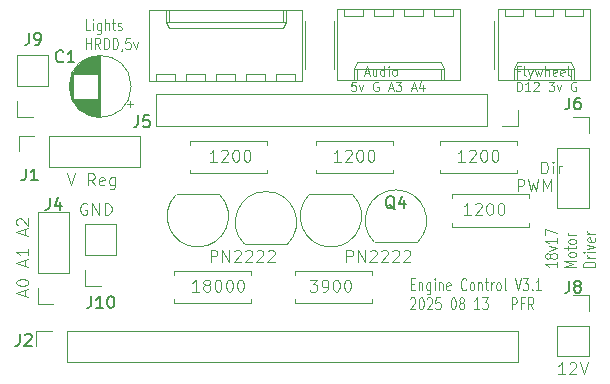
<source format=gbr>
%TF.GenerationSoftware,KiCad,Pcbnew,9.0.3-9.0.3-0~ubuntu24.04.1*%
%TF.CreationDate,2025-08-13T18:32:02-04:00*%
%TF.ProjectId,EngineControlModule_2025_08,456e6769-6e65-4436-9f6e-74726f6c4d6f,rev?*%
%TF.SameCoordinates,Original*%
%TF.FileFunction,Legend,Top*%
%TF.FilePolarity,Positive*%
%FSLAX46Y46*%
G04 Gerber Fmt 4.6, Leading zero omitted, Abs format (unit mm)*
G04 Created by KiCad (PCBNEW 9.0.3-9.0.3-0~ubuntu24.04.1) date 2025-08-13 18:32:02*
%MOMM*%
%LPD*%
G01*
G04 APERTURE LIST*
%ADD10C,0.100000*%
%ADD11C,0.150000*%
%ADD12C,0.120000*%
G04 APERTURE END LIST*
D10*
X105661027Y-80372419D02*
X105994360Y-81372419D01*
X105994360Y-81372419D02*
X106327693Y-80372419D01*
X107994360Y-81372419D02*
X107661027Y-80896228D01*
X107422932Y-81372419D02*
X107422932Y-80372419D01*
X107422932Y-80372419D02*
X107803884Y-80372419D01*
X107803884Y-80372419D02*
X107899122Y-80420038D01*
X107899122Y-80420038D02*
X107946741Y-80467657D01*
X107946741Y-80467657D02*
X107994360Y-80562895D01*
X107994360Y-80562895D02*
X107994360Y-80705752D01*
X107994360Y-80705752D02*
X107946741Y-80800990D01*
X107946741Y-80800990D02*
X107899122Y-80848609D01*
X107899122Y-80848609D02*
X107803884Y-80896228D01*
X107803884Y-80896228D02*
X107422932Y-80896228D01*
X108803884Y-81324800D02*
X108708646Y-81372419D01*
X108708646Y-81372419D02*
X108518170Y-81372419D01*
X108518170Y-81372419D02*
X108422932Y-81324800D01*
X108422932Y-81324800D02*
X108375313Y-81229561D01*
X108375313Y-81229561D02*
X108375313Y-80848609D01*
X108375313Y-80848609D02*
X108422932Y-80753371D01*
X108422932Y-80753371D02*
X108518170Y-80705752D01*
X108518170Y-80705752D02*
X108708646Y-80705752D01*
X108708646Y-80705752D02*
X108803884Y-80753371D01*
X108803884Y-80753371D02*
X108851503Y-80848609D01*
X108851503Y-80848609D02*
X108851503Y-80943847D01*
X108851503Y-80943847D02*
X108375313Y-81039085D01*
X109708646Y-80705752D02*
X109708646Y-81515276D01*
X109708646Y-81515276D02*
X109661027Y-81610514D01*
X109661027Y-81610514D02*
X109613408Y-81658133D01*
X109613408Y-81658133D02*
X109518170Y-81705752D01*
X109518170Y-81705752D02*
X109375313Y-81705752D01*
X109375313Y-81705752D02*
X109280075Y-81658133D01*
X109708646Y-81324800D02*
X109613408Y-81372419D01*
X109613408Y-81372419D02*
X109422932Y-81372419D01*
X109422932Y-81372419D02*
X109327694Y-81324800D01*
X109327694Y-81324800D02*
X109280075Y-81277180D01*
X109280075Y-81277180D02*
X109232456Y-81181942D01*
X109232456Y-81181942D02*
X109232456Y-80896228D01*
X109232456Y-80896228D02*
X109280075Y-80800990D01*
X109280075Y-80800990D02*
X109327694Y-80753371D01*
X109327694Y-80753371D02*
X109422932Y-80705752D01*
X109422932Y-80705752D02*
X109613408Y-80705752D01*
X109613408Y-80705752D02*
X109708646Y-80753371D01*
X126208646Y-89372419D02*
X126827693Y-89372419D01*
X126827693Y-89372419D02*
X126494360Y-89753371D01*
X126494360Y-89753371D02*
X126637217Y-89753371D01*
X126637217Y-89753371D02*
X126732455Y-89800990D01*
X126732455Y-89800990D02*
X126780074Y-89848609D01*
X126780074Y-89848609D02*
X126827693Y-89943847D01*
X126827693Y-89943847D02*
X126827693Y-90181942D01*
X126827693Y-90181942D02*
X126780074Y-90277180D01*
X126780074Y-90277180D02*
X126732455Y-90324800D01*
X126732455Y-90324800D02*
X126637217Y-90372419D01*
X126637217Y-90372419D02*
X126351503Y-90372419D01*
X126351503Y-90372419D02*
X126256265Y-90324800D01*
X126256265Y-90324800D02*
X126208646Y-90277180D01*
X127303884Y-90372419D02*
X127494360Y-90372419D01*
X127494360Y-90372419D02*
X127589598Y-90324800D01*
X127589598Y-90324800D02*
X127637217Y-90277180D01*
X127637217Y-90277180D02*
X127732455Y-90134323D01*
X127732455Y-90134323D02*
X127780074Y-89943847D01*
X127780074Y-89943847D02*
X127780074Y-89562895D01*
X127780074Y-89562895D02*
X127732455Y-89467657D01*
X127732455Y-89467657D02*
X127684836Y-89420038D01*
X127684836Y-89420038D02*
X127589598Y-89372419D01*
X127589598Y-89372419D02*
X127399122Y-89372419D01*
X127399122Y-89372419D02*
X127303884Y-89420038D01*
X127303884Y-89420038D02*
X127256265Y-89467657D01*
X127256265Y-89467657D02*
X127208646Y-89562895D01*
X127208646Y-89562895D02*
X127208646Y-89800990D01*
X127208646Y-89800990D02*
X127256265Y-89896228D01*
X127256265Y-89896228D02*
X127303884Y-89943847D01*
X127303884Y-89943847D02*
X127399122Y-89991466D01*
X127399122Y-89991466D02*
X127589598Y-89991466D01*
X127589598Y-89991466D02*
X127684836Y-89943847D01*
X127684836Y-89943847D02*
X127732455Y-89896228D01*
X127732455Y-89896228D02*
X127780074Y-89800990D01*
X128399122Y-89372419D02*
X128494360Y-89372419D01*
X128494360Y-89372419D02*
X128589598Y-89420038D01*
X128589598Y-89420038D02*
X128637217Y-89467657D01*
X128637217Y-89467657D02*
X128684836Y-89562895D01*
X128684836Y-89562895D02*
X128732455Y-89753371D01*
X128732455Y-89753371D02*
X128732455Y-89991466D01*
X128732455Y-89991466D02*
X128684836Y-90181942D01*
X128684836Y-90181942D02*
X128637217Y-90277180D01*
X128637217Y-90277180D02*
X128589598Y-90324800D01*
X128589598Y-90324800D02*
X128494360Y-90372419D01*
X128494360Y-90372419D02*
X128399122Y-90372419D01*
X128399122Y-90372419D02*
X128303884Y-90324800D01*
X128303884Y-90324800D02*
X128256265Y-90277180D01*
X128256265Y-90277180D02*
X128208646Y-90181942D01*
X128208646Y-90181942D02*
X128161027Y-89991466D01*
X128161027Y-89991466D02*
X128161027Y-89753371D01*
X128161027Y-89753371D02*
X128208646Y-89562895D01*
X128208646Y-89562895D02*
X128256265Y-89467657D01*
X128256265Y-89467657D02*
X128303884Y-89420038D01*
X128303884Y-89420038D02*
X128399122Y-89372419D01*
X129351503Y-89372419D02*
X129446741Y-89372419D01*
X129446741Y-89372419D02*
X129541979Y-89420038D01*
X129541979Y-89420038D02*
X129589598Y-89467657D01*
X129589598Y-89467657D02*
X129637217Y-89562895D01*
X129637217Y-89562895D02*
X129684836Y-89753371D01*
X129684836Y-89753371D02*
X129684836Y-89991466D01*
X129684836Y-89991466D02*
X129637217Y-90181942D01*
X129637217Y-90181942D02*
X129589598Y-90277180D01*
X129589598Y-90277180D02*
X129541979Y-90324800D01*
X129541979Y-90324800D02*
X129446741Y-90372419D01*
X129446741Y-90372419D02*
X129351503Y-90372419D01*
X129351503Y-90372419D02*
X129256265Y-90324800D01*
X129256265Y-90324800D02*
X129208646Y-90277180D01*
X129208646Y-90277180D02*
X129161027Y-90181942D01*
X129161027Y-90181942D02*
X129113408Y-89991466D01*
X129113408Y-89991466D02*
X129113408Y-89753371D01*
X129113408Y-89753371D02*
X129161027Y-89562895D01*
X129161027Y-89562895D02*
X129208646Y-89467657D01*
X129208646Y-89467657D02*
X129256265Y-89420038D01*
X129256265Y-89420038D02*
X129351503Y-89372419D01*
X134744360Y-89738665D02*
X134994360Y-89738665D01*
X135101503Y-90262475D02*
X134744360Y-90262475D01*
X134744360Y-90262475D02*
X134744360Y-89262475D01*
X134744360Y-89262475D02*
X135101503Y-89262475D01*
X135422931Y-89595808D02*
X135422931Y-90262475D01*
X135422931Y-89691046D02*
X135458645Y-89643427D01*
X135458645Y-89643427D02*
X135530074Y-89595808D01*
X135530074Y-89595808D02*
X135637217Y-89595808D01*
X135637217Y-89595808D02*
X135708645Y-89643427D01*
X135708645Y-89643427D02*
X135744360Y-89738665D01*
X135744360Y-89738665D02*
X135744360Y-90262475D01*
X136422931Y-89595808D02*
X136422931Y-90405332D01*
X136422931Y-90405332D02*
X136387216Y-90500570D01*
X136387216Y-90500570D02*
X136351502Y-90548189D01*
X136351502Y-90548189D02*
X136280073Y-90595808D01*
X136280073Y-90595808D02*
X136172931Y-90595808D01*
X136172931Y-90595808D02*
X136101502Y-90548189D01*
X136422931Y-90214856D02*
X136351502Y-90262475D01*
X136351502Y-90262475D02*
X136208645Y-90262475D01*
X136208645Y-90262475D02*
X136137216Y-90214856D01*
X136137216Y-90214856D02*
X136101502Y-90167236D01*
X136101502Y-90167236D02*
X136065788Y-90071998D01*
X136065788Y-90071998D02*
X136065788Y-89786284D01*
X136065788Y-89786284D02*
X136101502Y-89691046D01*
X136101502Y-89691046D02*
X136137216Y-89643427D01*
X136137216Y-89643427D02*
X136208645Y-89595808D01*
X136208645Y-89595808D02*
X136351502Y-89595808D01*
X136351502Y-89595808D02*
X136422931Y-89643427D01*
X136780073Y-90262475D02*
X136780073Y-89595808D01*
X136780073Y-89262475D02*
X136744359Y-89310094D01*
X136744359Y-89310094D02*
X136780073Y-89357713D01*
X136780073Y-89357713D02*
X136815787Y-89310094D01*
X136815787Y-89310094D02*
X136780073Y-89262475D01*
X136780073Y-89262475D02*
X136780073Y-89357713D01*
X137137216Y-89595808D02*
X137137216Y-90262475D01*
X137137216Y-89691046D02*
X137172930Y-89643427D01*
X137172930Y-89643427D02*
X137244359Y-89595808D01*
X137244359Y-89595808D02*
X137351502Y-89595808D01*
X137351502Y-89595808D02*
X137422930Y-89643427D01*
X137422930Y-89643427D02*
X137458645Y-89738665D01*
X137458645Y-89738665D02*
X137458645Y-90262475D01*
X138101501Y-90214856D02*
X138030073Y-90262475D01*
X138030073Y-90262475D02*
X137887216Y-90262475D01*
X137887216Y-90262475D02*
X137815787Y-90214856D01*
X137815787Y-90214856D02*
X137780073Y-90119617D01*
X137780073Y-90119617D02*
X137780073Y-89738665D01*
X137780073Y-89738665D02*
X137815787Y-89643427D01*
X137815787Y-89643427D02*
X137887216Y-89595808D01*
X137887216Y-89595808D02*
X138030073Y-89595808D01*
X138030073Y-89595808D02*
X138101501Y-89643427D01*
X138101501Y-89643427D02*
X138137216Y-89738665D01*
X138137216Y-89738665D02*
X138137216Y-89833903D01*
X138137216Y-89833903D02*
X137780073Y-89929141D01*
X139458644Y-90167236D02*
X139422930Y-90214856D01*
X139422930Y-90214856D02*
X139315787Y-90262475D01*
X139315787Y-90262475D02*
X139244359Y-90262475D01*
X139244359Y-90262475D02*
X139137216Y-90214856D01*
X139137216Y-90214856D02*
X139065787Y-90119617D01*
X139065787Y-90119617D02*
X139030073Y-90024379D01*
X139030073Y-90024379D02*
X138994359Y-89833903D01*
X138994359Y-89833903D02*
X138994359Y-89691046D01*
X138994359Y-89691046D02*
X139030073Y-89500570D01*
X139030073Y-89500570D02*
X139065787Y-89405332D01*
X139065787Y-89405332D02*
X139137216Y-89310094D01*
X139137216Y-89310094D02*
X139244359Y-89262475D01*
X139244359Y-89262475D02*
X139315787Y-89262475D01*
X139315787Y-89262475D02*
X139422930Y-89310094D01*
X139422930Y-89310094D02*
X139458644Y-89357713D01*
X139887216Y-90262475D02*
X139815787Y-90214856D01*
X139815787Y-90214856D02*
X139780073Y-90167236D01*
X139780073Y-90167236D02*
X139744359Y-90071998D01*
X139744359Y-90071998D02*
X139744359Y-89786284D01*
X139744359Y-89786284D02*
X139780073Y-89691046D01*
X139780073Y-89691046D02*
X139815787Y-89643427D01*
X139815787Y-89643427D02*
X139887216Y-89595808D01*
X139887216Y-89595808D02*
X139994359Y-89595808D01*
X139994359Y-89595808D02*
X140065787Y-89643427D01*
X140065787Y-89643427D02*
X140101502Y-89691046D01*
X140101502Y-89691046D02*
X140137216Y-89786284D01*
X140137216Y-89786284D02*
X140137216Y-90071998D01*
X140137216Y-90071998D02*
X140101502Y-90167236D01*
X140101502Y-90167236D02*
X140065787Y-90214856D01*
X140065787Y-90214856D02*
X139994359Y-90262475D01*
X139994359Y-90262475D02*
X139887216Y-90262475D01*
X140458644Y-89595808D02*
X140458644Y-90262475D01*
X140458644Y-89691046D02*
X140494358Y-89643427D01*
X140494358Y-89643427D02*
X140565787Y-89595808D01*
X140565787Y-89595808D02*
X140672930Y-89595808D01*
X140672930Y-89595808D02*
X140744358Y-89643427D01*
X140744358Y-89643427D02*
X140780073Y-89738665D01*
X140780073Y-89738665D02*
X140780073Y-90262475D01*
X141030072Y-89595808D02*
X141315786Y-89595808D01*
X141137215Y-89262475D02*
X141137215Y-90119617D01*
X141137215Y-90119617D02*
X141172929Y-90214856D01*
X141172929Y-90214856D02*
X141244358Y-90262475D01*
X141244358Y-90262475D02*
X141315786Y-90262475D01*
X141565786Y-90262475D02*
X141565786Y-89595808D01*
X141565786Y-89786284D02*
X141601500Y-89691046D01*
X141601500Y-89691046D02*
X141637215Y-89643427D01*
X141637215Y-89643427D02*
X141708643Y-89595808D01*
X141708643Y-89595808D02*
X141780072Y-89595808D01*
X142137215Y-90262475D02*
X142065786Y-90214856D01*
X142065786Y-90214856D02*
X142030072Y-90167236D01*
X142030072Y-90167236D02*
X141994358Y-90071998D01*
X141994358Y-90071998D02*
X141994358Y-89786284D01*
X141994358Y-89786284D02*
X142030072Y-89691046D01*
X142030072Y-89691046D02*
X142065786Y-89643427D01*
X142065786Y-89643427D02*
X142137215Y-89595808D01*
X142137215Y-89595808D02*
X142244358Y-89595808D01*
X142244358Y-89595808D02*
X142315786Y-89643427D01*
X142315786Y-89643427D02*
X142351501Y-89691046D01*
X142351501Y-89691046D02*
X142387215Y-89786284D01*
X142387215Y-89786284D02*
X142387215Y-90071998D01*
X142387215Y-90071998D02*
X142351501Y-90167236D01*
X142351501Y-90167236D02*
X142315786Y-90214856D01*
X142315786Y-90214856D02*
X142244358Y-90262475D01*
X142244358Y-90262475D02*
X142137215Y-90262475D01*
X142815786Y-90262475D02*
X142744357Y-90214856D01*
X142744357Y-90214856D02*
X142708643Y-90119617D01*
X142708643Y-90119617D02*
X142708643Y-89262475D01*
X143565786Y-89262475D02*
X143815786Y-90262475D01*
X143815786Y-90262475D02*
X144065786Y-89262475D01*
X144244357Y-89262475D02*
X144708643Y-89262475D01*
X144708643Y-89262475D02*
X144458643Y-89643427D01*
X144458643Y-89643427D02*
X144565786Y-89643427D01*
X144565786Y-89643427D02*
X144637215Y-89691046D01*
X144637215Y-89691046D02*
X144672929Y-89738665D01*
X144672929Y-89738665D02*
X144708643Y-89833903D01*
X144708643Y-89833903D02*
X144708643Y-90071998D01*
X144708643Y-90071998D02*
X144672929Y-90167236D01*
X144672929Y-90167236D02*
X144637215Y-90214856D01*
X144637215Y-90214856D02*
X144565786Y-90262475D01*
X144565786Y-90262475D02*
X144351500Y-90262475D01*
X144351500Y-90262475D02*
X144280072Y-90214856D01*
X144280072Y-90214856D02*
X144244357Y-90167236D01*
X145030072Y-90167236D02*
X145065786Y-90214856D01*
X145065786Y-90214856D02*
X145030072Y-90262475D01*
X145030072Y-90262475D02*
X144994358Y-90214856D01*
X144994358Y-90214856D02*
X145030072Y-90167236D01*
X145030072Y-90167236D02*
X145030072Y-90262475D01*
X145780072Y-90262475D02*
X145351501Y-90262475D01*
X145565786Y-90262475D02*
X145565786Y-89262475D01*
X145565786Y-89262475D02*
X145494358Y-89405332D01*
X145494358Y-89405332D02*
X145422929Y-89500570D01*
X145422929Y-89500570D02*
X145351501Y-89548189D01*
X134708646Y-90967657D02*
X134744360Y-90920038D01*
X134744360Y-90920038D02*
X134815789Y-90872419D01*
X134815789Y-90872419D02*
X134994360Y-90872419D01*
X134994360Y-90872419D02*
X135065789Y-90920038D01*
X135065789Y-90920038D02*
X135101503Y-90967657D01*
X135101503Y-90967657D02*
X135137217Y-91062895D01*
X135137217Y-91062895D02*
X135137217Y-91158133D01*
X135137217Y-91158133D02*
X135101503Y-91300990D01*
X135101503Y-91300990D02*
X134672931Y-91872419D01*
X134672931Y-91872419D02*
X135137217Y-91872419D01*
X135601503Y-90872419D02*
X135672932Y-90872419D01*
X135672932Y-90872419D02*
X135744360Y-90920038D01*
X135744360Y-90920038D02*
X135780075Y-90967657D01*
X135780075Y-90967657D02*
X135815789Y-91062895D01*
X135815789Y-91062895D02*
X135851503Y-91253371D01*
X135851503Y-91253371D02*
X135851503Y-91491466D01*
X135851503Y-91491466D02*
X135815789Y-91681942D01*
X135815789Y-91681942D02*
X135780075Y-91777180D01*
X135780075Y-91777180D02*
X135744360Y-91824800D01*
X135744360Y-91824800D02*
X135672932Y-91872419D01*
X135672932Y-91872419D02*
X135601503Y-91872419D01*
X135601503Y-91872419D02*
X135530075Y-91824800D01*
X135530075Y-91824800D02*
X135494360Y-91777180D01*
X135494360Y-91777180D02*
X135458646Y-91681942D01*
X135458646Y-91681942D02*
X135422932Y-91491466D01*
X135422932Y-91491466D02*
X135422932Y-91253371D01*
X135422932Y-91253371D02*
X135458646Y-91062895D01*
X135458646Y-91062895D02*
X135494360Y-90967657D01*
X135494360Y-90967657D02*
X135530075Y-90920038D01*
X135530075Y-90920038D02*
X135601503Y-90872419D01*
X136137218Y-90967657D02*
X136172932Y-90920038D01*
X136172932Y-90920038D02*
X136244361Y-90872419D01*
X136244361Y-90872419D02*
X136422932Y-90872419D01*
X136422932Y-90872419D02*
X136494361Y-90920038D01*
X136494361Y-90920038D02*
X136530075Y-90967657D01*
X136530075Y-90967657D02*
X136565789Y-91062895D01*
X136565789Y-91062895D02*
X136565789Y-91158133D01*
X136565789Y-91158133D02*
X136530075Y-91300990D01*
X136530075Y-91300990D02*
X136101503Y-91872419D01*
X136101503Y-91872419D02*
X136565789Y-91872419D01*
X137244361Y-90872419D02*
X136887218Y-90872419D01*
X136887218Y-90872419D02*
X136851504Y-91348609D01*
X136851504Y-91348609D02*
X136887218Y-91300990D01*
X136887218Y-91300990D02*
X136958647Y-91253371D01*
X136958647Y-91253371D02*
X137137218Y-91253371D01*
X137137218Y-91253371D02*
X137208647Y-91300990D01*
X137208647Y-91300990D02*
X137244361Y-91348609D01*
X137244361Y-91348609D02*
X137280075Y-91443847D01*
X137280075Y-91443847D02*
X137280075Y-91681942D01*
X137280075Y-91681942D02*
X137244361Y-91777180D01*
X137244361Y-91777180D02*
X137208647Y-91824800D01*
X137208647Y-91824800D02*
X137137218Y-91872419D01*
X137137218Y-91872419D02*
X136958647Y-91872419D01*
X136958647Y-91872419D02*
X136887218Y-91824800D01*
X136887218Y-91824800D02*
X136851504Y-91777180D01*
X138315790Y-90872419D02*
X138387219Y-90872419D01*
X138387219Y-90872419D02*
X138458647Y-90920038D01*
X138458647Y-90920038D02*
X138494362Y-90967657D01*
X138494362Y-90967657D02*
X138530076Y-91062895D01*
X138530076Y-91062895D02*
X138565790Y-91253371D01*
X138565790Y-91253371D02*
X138565790Y-91491466D01*
X138565790Y-91491466D02*
X138530076Y-91681942D01*
X138530076Y-91681942D02*
X138494362Y-91777180D01*
X138494362Y-91777180D02*
X138458647Y-91824800D01*
X138458647Y-91824800D02*
X138387219Y-91872419D01*
X138387219Y-91872419D02*
X138315790Y-91872419D01*
X138315790Y-91872419D02*
X138244362Y-91824800D01*
X138244362Y-91824800D02*
X138208647Y-91777180D01*
X138208647Y-91777180D02*
X138172933Y-91681942D01*
X138172933Y-91681942D02*
X138137219Y-91491466D01*
X138137219Y-91491466D02*
X138137219Y-91253371D01*
X138137219Y-91253371D02*
X138172933Y-91062895D01*
X138172933Y-91062895D02*
X138208647Y-90967657D01*
X138208647Y-90967657D02*
X138244362Y-90920038D01*
X138244362Y-90920038D02*
X138315790Y-90872419D01*
X138994362Y-91300990D02*
X138922933Y-91253371D01*
X138922933Y-91253371D02*
X138887219Y-91205752D01*
X138887219Y-91205752D02*
X138851505Y-91110514D01*
X138851505Y-91110514D02*
X138851505Y-91062895D01*
X138851505Y-91062895D02*
X138887219Y-90967657D01*
X138887219Y-90967657D02*
X138922933Y-90920038D01*
X138922933Y-90920038D02*
X138994362Y-90872419D01*
X138994362Y-90872419D02*
X139137219Y-90872419D01*
X139137219Y-90872419D02*
X139208648Y-90920038D01*
X139208648Y-90920038D02*
X139244362Y-90967657D01*
X139244362Y-90967657D02*
X139280076Y-91062895D01*
X139280076Y-91062895D02*
X139280076Y-91110514D01*
X139280076Y-91110514D02*
X139244362Y-91205752D01*
X139244362Y-91205752D02*
X139208648Y-91253371D01*
X139208648Y-91253371D02*
X139137219Y-91300990D01*
X139137219Y-91300990D02*
X138994362Y-91300990D01*
X138994362Y-91300990D02*
X138922933Y-91348609D01*
X138922933Y-91348609D02*
X138887219Y-91396228D01*
X138887219Y-91396228D02*
X138851505Y-91491466D01*
X138851505Y-91491466D02*
X138851505Y-91681942D01*
X138851505Y-91681942D02*
X138887219Y-91777180D01*
X138887219Y-91777180D02*
X138922933Y-91824800D01*
X138922933Y-91824800D02*
X138994362Y-91872419D01*
X138994362Y-91872419D02*
X139137219Y-91872419D01*
X139137219Y-91872419D02*
X139208648Y-91824800D01*
X139208648Y-91824800D02*
X139244362Y-91777180D01*
X139244362Y-91777180D02*
X139280076Y-91681942D01*
X139280076Y-91681942D02*
X139280076Y-91491466D01*
X139280076Y-91491466D02*
X139244362Y-91396228D01*
X139244362Y-91396228D02*
X139208648Y-91348609D01*
X139208648Y-91348609D02*
X139137219Y-91300990D01*
X140565791Y-91872419D02*
X140137220Y-91872419D01*
X140351505Y-91872419D02*
X140351505Y-90872419D01*
X140351505Y-90872419D02*
X140280077Y-91015276D01*
X140280077Y-91015276D02*
X140208648Y-91110514D01*
X140208648Y-91110514D02*
X140137220Y-91158133D01*
X140815791Y-90872419D02*
X141280077Y-90872419D01*
X141280077Y-90872419D02*
X141030077Y-91253371D01*
X141030077Y-91253371D02*
X141137220Y-91253371D01*
X141137220Y-91253371D02*
X141208649Y-91300990D01*
X141208649Y-91300990D02*
X141244363Y-91348609D01*
X141244363Y-91348609D02*
X141280077Y-91443847D01*
X141280077Y-91443847D02*
X141280077Y-91681942D01*
X141280077Y-91681942D02*
X141244363Y-91777180D01*
X141244363Y-91777180D02*
X141208649Y-91824800D01*
X141208649Y-91824800D02*
X141137220Y-91872419D01*
X141137220Y-91872419D02*
X140922934Y-91872419D01*
X140922934Y-91872419D02*
X140851506Y-91824800D01*
X140851506Y-91824800D02*
X140815791Y-91777180D01*
X143315793Y-91872419D02*
X143315793Y-90872419D01*
X143315793Y-90872419D02*
X143601507Y-90872419D01*
X143601507Y-90872419D02*
X143672936Y-90920038D01*
X143672936Y-90920038D02*
X143708650Y-90967657D01*
X143708650Y-90967657D02*
X143744364Y-91062895D01*
X143744364Y-91062895D02*
X143744364Y-91205752D01*
X143744364Y-91205752D02*
X143708650Y-91300990D01*
X143708650Y-91300990D02*
X143672936Y-91348609D01*
X143672936Y-91348609D02*
X143601507Y-91396228D01*
X143601507Y-91396228D02*
X143315793Y-91396228D01*
X144315793Y-91348609D02*
X144065793Y-91348609D01*
X144065793Y-91872419D02*
X144065793Y-90872419D01*
X144065793Y-90872419D02*
X144422936Y-90872419D01*
X145137221Y-91872419D02*
X144887221Y-91396228D01*
X144708650Y-91872419D02*
X144708650Y-90872419D01*
X144708650Y-90872419D02*
X144994364Y-90872419D01*
X144994364Y-90872419D02*
X145065793Y-90920038D01*
X145065793Y-90920038D02*
X145101507Y-90967657D01*
X145101507Y-90967657D02*
X145137221Y-91062895D01*
X145137221Y-91062895D02*
X145137221Y-91205752D01*
X145137221Y-91205752D02*
X145101507Y-91300990D01*
X145101507Y-91300990D02*
X145065793Y-91348609D01*
X145065793Y-91348609D02*
X144994364Y-91396228D01*
X144994364Y-91396228D02*
X144708650Y-91396228D01*
X107601503Y-68262475D02*
X107244360Y-68262475D01*
X107244360Y-68262475D02*
X107244360Y-67262475D01*
X107851503Y-68262475D02*
X107851503Y-67595808D01*
X107851503Y-67262475D02*
X107815789Y-67310094D01*
X107815789Y-67310094D02*
X107851503Y-67357713D01*
X107851503Y-67357713D02*
X107887217Y-67310094D01*
X107887217Y-67310094D02*
X107851503Y-67262475D01*
X107851503Y-67262475D02*
X107851503Y-67357713D01*
X108530075Y-67595808D02*
X108530075Y-68405332D01*
X108530075Y-68405332D02*
X108494360Y-68500570D01*
X108494360Y-68500570D02*
X108458646Y-68548189D01*
X108458646Y-68548189D02*
X108387217Y-68595808D01*
X108387217Y-68595808D02*
X108280075Y-68595808D01*
X108280075Y-68595808D02*
X108208646Y-68548189D01*
X108530075Y-68214856D02*
X108458646Y-68262475D01*
X108458646Y-68262475D02*
X108315789Y-68262475D01*
X108315789Y-68262475D02*
X108244360Y-68214856D01*
X108244360Y-68214856D02*
X108208646Y-68167236D01*
X108208646Y-68167236D02*
X108172932Y-68071998D01*
X108172932Y-68071998D02*
X108172932Y-67786284D01*
X108172932Y-67786284D02*
X108208646Y-67691046D01*
X108208646Y-67691046D02*
X108244360Y-67643427D01*
X108244360Y-67643427D02*
X108315789Y-67595808D01*
X108315789Y-67595808D02*
X108458646Y-67595808D01*
X108458646Y-67595808D02*
X108530075Y-67643427D01*
X108887217Y-68262475D02*
X108887217Y-67262475D01*
X109208646Y-68262475D02*
X109208646Y-67738665D01*
X109208646Y-67738665D02*
X109172931Y-67643427D01*
X109172931Y-67643427D02*
X109101503Y-67595808D01*
X109101503Y-67595808D02*
X108994360Y-67595808D01*
X108994360Y-67595808D02*
X108922931Y-67643427D01*
X108922931Y-67643427D02*
X108887217Y-67691046D01*
X109458645Y-67595808D02*
X109744359Y-67595808D01*
X109565788Y-67262475D02*
X109565788Y-68119617D01*
X109565788Y-68119617D02*
X109601502Y-68214856D01*
X109601502Y-68214856D02*
X109672931Y-68262475D01*
X109672931Y-68262475D02*
X109744359Y-68262475D01*
X109958645Y-68214856D02*
X110030073Y-68262475D01*
X110030073Y-68262475D02*
X110172930Y-68262475D01*
X110172930Y-68262475D02*
X110244359Y-68214856D01*
X110244359Y-68214856D02*
X110280073Y-68119617D01*
X110280073Y-68119617D02*
X110280073Y-68071998D01*
X110280073Y-68071998D02*
X110244359Y-67976760D01*
X110244359Y-67976760D02*
X110172930Y-67929141D01*
X110172930Y-67929141D02*
X110065788Y-67929141D01*
X110065788Y-67929141D02*
X109994359Y-67881522D01*
X109994359Y-67881522D02*
X109958645Y-67786284D01*
X109958645Y-67786284D02*
X109958645Y-67738665D01*
X109958645Y-67738665D02*
X109994359Y-67643427D01*
X109994359Y-67643427D02*
X110065788Y-67595808D01*
X110065788Y-67595808D02*
X110172930Y-67595808D01*
X110172930Y-67595808D02*
X110244359Y-67643427D01*
X107244360Y-69872419D02*
X107244360Y-68872419D01*
X107244360Y-69348609D02*
X107672931Y-69348609D01*
X107672931Y-69872419D02*
X107672931Y-68872419D01*
X108458645Y-69872419D02*
X108208645Y-69396228D01*
X108030074Y-69872419D02*
X108030074Y-68872419D01*
X108030074Y-68872419D02*
X108315788Y-68872419D01*
X108315788Y-68872419D02*
X108387217Y-68920038D01*
X108387217Y-68920038D02*
X108422931Y-68967657D01*
X108422931Y-68967657D02*
X108458645Y-69062895D01*
X108458645Y-69062895D02*
X108458645Y-69205752D01*
X108458645Y-69205752D02*
X108422931Y-69300990D01*
X108422931Y-69300990D02*
X108387217Y-69348609D01*
X108387217Y-69348609D02*
X108315788Y-69396228D01*
X108315788Y-69396228D02*
X108030074Y-69396228D01*
X108780074Y-69872419D02*
X108780074Y-68872419D01*
X108780074Y-68872419D02*
X108958645Y-68872419D01*
X108958645Y-68872419D02*
X109065788Y-68920038D01*
X109065788Y-68920038D02*
X109137217Y-69015276D01*
X109137217Y-69015276D02*
X109172931Y-69110514D01*
X109172931Y-69110514D02*
X109208645Y-69300990D01*
X109208645Y-69300990D02*
X109208645Y-69443847D01*
X109208645Y-69443847D02*
X109172931Y-69634323D01*
X109172931Y-69634323D02*
X109137217Y-69729561D01*
X109137217Y-69729561D02*
X109065788Y-69824800D01*
X109065788Y-69824800D02*
X108958645Y-69872419D01*
X108958645Y-69872419D02*
X108780074Y-69872419D01*
X109530074Y-69872419D02*
X109530074Y-68872419D01*
X109530074Y-68872419D02*
X109708645Y-68872419D01*
X109708645Y-68872419D02*
X109815788Y-68920038D01*
X109815788Y-68920038D02*
X109887217Y-69015276D01*
X109887217Y-69015276D02*
X109922931Y-69110514D01*
X109922931Y-69110514D02*
X109958645Y-69300990D01*
X109958645Y-69300990D02*
X109958645Y-69443847D01*
X109958645Y-69443847D02*
X109922931Y-69634323D01*
X109922931Y-69634323D02*
X109887217Y-69729561D01*
X109887217Y-69729561D02*
X109815788Y-69824800D01*
X109815788Y-69824800D02*
X109708645Y-69872419D01*
X109708645Y-69872419D02*
X109530074Y-69872419D01*
X110315788Y-69824800D02*
X110315788Y-69872419D01*
X110315788Y-69872419D02*
X110280074Y-69967657D01*
X110280074Y-69967657D02*
X110244360Y-70015276D01*
X110994360Y-68872419D02*
X110637217Y-68872419D01*
X110637217Y-68872419D02*
X110601503Y-69348609D01*
X110601503Y-69348609D02*
X110637217Y-69300990D01*
X110637217Y-69300990D02*
X110708646Y-69253371D01*
X110708646Y-69253371D02*
X110887217Y-69253371D01*
X110887217Y-69253371D02*
X110958646Y-69300990D01*
X110958646Y-69300990D02*
X110994360Y-69348609D01*
X110994360Y-69348609D02*
X111030074Y-69443847D01*
X111030074Y-69443847D02*
X111030074Y-69681942D01*
X111030074Y-69681942D02*
X110994360Y-69777180D01*
X110994360Y-69777180D02*
X110958646Y-69824800D01*
X110958646Y-69824800D02*
X110887217Y-69872419D01*
X110887217Y-69872419D02*
X110708646Y-69872419D01*
X110708646Y-69872419D02*
X110637217Y-69824800D01*
X110637217Y-69824800D02*
X110601503Y-69777180D01*
X111280074Y-69205752D02*
X111458646Y-69872419D01*
X111458646Y-69872419D02*
X111637217Y-69205752D01*
X139327693Y-79372419D02*
X138756265Y-79372419D01*
X139041979Y-79372419D02*
X139041979Y-78372419D01*
X139041979Y-78372419D02*
X138946741Y-78515276D01*
X138946741Y-78515276D02*
X138851503Y-78610514D01*
X138851503Y-78610514D02*
X138756265Y-78658133D01*
X139708646Y-78467657D02*
X139756265Y-78420038D01*
X139756265Y-78420038D02*
X139851503Y-78372419D01*
X139851503Y-78372419D02*
X140089598Y-78372419D01*
X140089598Y-78372419D02*
X140184836Y-78420038D01*
X140184836Y-78420038D02*
X140232455Y-78467657D01*
X140232455Y-78467657D02*
X140280074Y-78562895D01*
X140280074Y-78562895D02*
X140280074Y-78658133D01*
X140280074Y-78658133D02*
X140232455Y-78800990D01*
X140232455Y-78800990D02*
X139661027Y-79372419D01*
X139661027Y-79372419D02*
X140280074Y-79372419D01*
X140899122Y-78372419D02*
X140994360Y-78372419D01*
X140994360Y-78372419D02*
X141089598Y-78420038D01*
X141089598Y-78420038D02*
X141137217Y-78467657D01*
X141137217Y-78467657D02*
X141184836Y-78562895D01*
X141184836Y-78562895D02*
X141232455Y-78753371D01*
X141232455Y-78753371D02*
X141232455Y-78991466D01*
X141232455Y-78991466D02*
X141184836Y-79181942D01*
X141184836Y-79181942D02*
X141137217Y-79277180D01*
X141137217Y-79277180D02*
X141089598Y-79324800D01*
X141089598Y-79324800D02*
X140994360Y-79372419D01*
X140994360Y-79372419D02*
X140899122Y-79372419D01*
X140899122Y-79372419D02*
X140803884Y-79324800D01*
X140803884Y-79324800D02*
X140756265Y-79277180D01*
X140756265Y-79277180D02*
X140708646Y-79181942D01*
X140708646Y-79181942D02*
X140661027Y-78991466D01*
X140661027Y-78991466D02*
X140661027Y-78753371D01*
X140661027Y-78753371D02*
X140708646Y-78562895D01*
X140708646Y-78562895D02*
X140756265Y-78467657D01*
X140756265Y-78467657D02*
X140803884Y-78420038D01*
X140803884Y-78420038D02*
X140899122Y-78372419D01*
X141851503Y-78372419D02*
X141946741Y-78372419D01*
X141946741Y-78372419D02*
X142041979Y-78420038D01*
X142041979Y-78420038D02*
X142089598Y-78467657D01*
X142089598Y-78467657D02*
X142137217Y-78562895D01*
X142137217Y-78562895D02*
X142184836Y-78753371D01*
X142184836Y-78753371D02*
X142184836Y-78991466D01*
X142184836Y-78991466D02*
X142137217Y-79181942D01*
X142137217Y-79181942D02*
X142089598Y-79277180D01*
X142089598Y-79277180D02*
X142041979Y-79324800D01*
X142041979Y-79324800D02*
X141946741Y-79372419D01*
X141946741Y-79372419D02*
X141851503Y-79372419D01*
X141851503Y-79372419D02*
X141756265Y-79324800D01*
X141756265Y-79324800D02*
X141708646Y-79277180D01*
X141708646Y-79277180D02*
X141661027Y-79181942D01*
X141661027Y-79181942D02*
X141613408Y-78991466D01*
X141613408Y-78991466D02*
X141613408Y-78753371D01*
X141613408Y-78753371D02*
X141661027Y-78562895D01*
X141661027Y-78562895D02*
X141708646Y-78467657D01*
X141708646Y-78467657D02*
X141756265Y-78420038D01*
X141756265Y-78420038D02*
X141851503Y-78372419D01*
X116827693Y-90372419D02*
X116256265Y-90372419D01*
X116541979Y-90372419D02*
X116541979Y-89372419D01*
X116541979Y-89372419D02*
X116446741Y-89515276D01*
X116446741Y-89515276D02*
X116351503Y-89610514D01*
X116351503Y-89610514D02*
X116256265Y-89658133D01*
X117399122Y-89800990D02*
X117303884Y-89753371D01*
X117303884Y-89753371D02*
X117256265Y-89705752D01*
X117256265Y-89705752D02*
X117208646Y-89610514D01*
X117208646Y-89610514D02*
X117208646Y-89562895D01*
X117208646Y-89562895D02*
X117256265Y-89467657D01*
X117256265Y-89467657D02*
X117303884Y-89420038D01*
X117303884Y-89420038D02*
X117399122Y-89372419D01*
X117399122Y-89372419D02*
X117589598Y-89372419D01*
X117589598Y-89372419D02*
X117684836Y-89420038D01*
X117684836Y-89420038D02*
X117732455Y-89467657D01*
X117732455Y-89467657D02*
X117780074Y-89562895D01*
X117780074Y-89562895D02*
X117780074Y-89610514D01*
X117780074Y-89610514D02*
X117732455Y-89705752D01*
X117732455Y-89705752D02*
X117684836Y-89753371D01*
X117684836Y-89753371D02*
X117589598Y-89800990D01*
X117589598Y-89800990D02*
X117399122Y-89800990D01*
X117399122Y-89800990D02*
X117303884Y-89848609D01*
X117303884Y-89848609D02*
X117256265Y-89896228D01*
X117256265Y-89896228D02*
X117208646Y-89991466D01*
X117208646Y-89991466D02*
X117208646Y-90181942D01*
X117208646Y-90181942D02*
X117256265Y-90277180D01*
X117256265Y-90277180D02*
X117303884Y-90324800D01*
X117303884Y-90324800D02*
X117399122Y-90372419D01*
X117399122Y-90372419D02*
X117589598Y-90372419D01*
X117589598Y-90372419D02*
X117684836Y-90324800D01*
X117684836Y-90324800D02*
X117732455Y-90277180D01*
X117732455Y-90277180D02*
X117780074Y-90181942D01*
X117780074Y-90181942D02*
X117780074Y-89991466D01*
X117780074Y-89991466D02*
X117732455Y-89896228D01*
X117732455Y-89896228D02*
X117684836Y-89848609D01*
X117684836Y-89848609D02*
X117589598Y-89800990D01*
X118399122Y-89372419D02*
X118494360Y-89372419D01*
X118494360Y-89372419D02*
X118589598Y-89420038D01*
X118589598Y-89420038D02*
X118637217Y-89467657D01*
X118637217Y-89467657D02*
X118684836Y-89562895D01*
X118684836Y-89562895D02*
X118732455Y-89753371D01*
X118732455Y-89753371D02*
X118732455Y-89991466D01*
X118732455Y-89991466D02*
X118684836Y-90181942D01*
X118684836Y-90181942D02*
X118637217Y-90277180D01*
X118637217Y-90277180D02*
X118589598Y-90324800D01*
X118589598Y-90324800D02*
X118494360Y-90372419D01*
X118494360Y-90372419D02*
X118399122Y-90372419D01*
X118399122Y-90372419D02*
X118303884Y-90324800D01*
X118303884Y-90324800D02*
X118256265Y-90277180D01*
X118256265Y-90277180D02*
X118208646Y-90181942D01*
X118208646Y-90181942D02*
X118161027Y-89991466D01*
X118161027Y-89991466D02*
X118161027Y-89753371D01*
X118161027Y-89753371D02*
X118208646Y-89562895D01*
X118208646Y-89562895D02*
X118256265Y-89467657D01*
X118256265Y-89467657D02*
X118303884Y-89420038D01*
X118303884Y-89420038D02*
X118399122Y-89372419D01*
X119351503Y-89372419D02*
X119446741Y-89372419D01*
X119446741Y-89372419D02*
X119541979Y-89420038D01*
X119541979Y-89420038D02*
X119589598Y-89467657D01*
X119589598Y-89467657D02*
X119637217Y-89562895D01*
X119637217Y-89562895D02*
X119684836Y-89753371D01*
X119684836Y-89753371D02*
X119684836Y-89991466D01*
X119684836Y-89991466D02*
X119637217Y-90181942D01*
X119637217Y-90181942D02*
X119589598Y-90277180D01*
X119589598Y-90277180D02*
X119541979Y-90324800D01*
X119541979Y-90324800D02*
X119446741Y-90372419D01*
X119446741Y-90372419D02*
X119351503Y-90372419D01*
X119351503Y-90372419D02*
X119256265Y-90324800D01*
X119256265Y-90324800D02*
X119208646Y-90277180D01*
X119208646Y-90277180D02*
X119161027Y-90181942D01*
X119161027Y-90181942D02*
X119113408Y-89991466D01*
X119113408Y-89991466D02*
X119113408Y-89753371D01*
X119113408Y-89753371D02*
X119161027Y-89562895D01*
X119161027Y-89562895D02*
X119208646Y-89467657D01*
X119208646Y-89467657D02*
X119256265Y-89420038D01*
X119256265Y-89420038D02*
X119351503Y-89372419D01*
X120303884Y-89372419D02*
X120399122Y-89372419D01*
X120399122Y-89372419D02*
X120494360Y-89420038D01*
X120494360Y-89420038D02*
X120541979Y-89467657D01*
X120541979Y-89467657D02*
X120589598Y-89562895D01*
X120589598Y-89562895D02*
X120637217Y-89753371D01*
X120637217Y-89753371D02*
X120637217Y-89991466D01*
X120637217Y-89991466D02*
X120589598Y-90181942D01*
X120589598Y-90181942D02*
X120541979Y-90277180D01*
X120541979Y-90277180D02*
X120494360Y-90324800D01*
X120494360Y-90324800D02*
X120399122Y-90372419D01*
X120399122Y-90372419D02*
X120303884Y-90372419D01*
X120303884Y-90372419D02*
X120208646Y-90324800D01*
X120208646Y-90324800D02*
X120161027Y-90277180D01*
X120161027Y-90277180D02*
X120113408Y-90181942D01*
X120113408Y-90181942D02*
X120065789Y-89991466D01*
X120065789Y-89991466D02*
X120065789Y-89753371D01*
X120065789Y-89753371D02*
X120113408Y-89562895D01*
X120113408Y-89562895D02*
X120161027Y-89467657D01*
X120161027Y-89467657D02*
X120208646Y-89420038D01*
X120208646Y-89420038D02*
X120303884Y-89372419D01*
X139827693Y-83872419D02*
X139256265Y-83872419D01*
X139541979Y-83872419D02*
X139541979Y-82872419D01*
X139541979Y-82872419D02*
X139446741Y-83015276D01*
X139446741Y-83015276D02*
X139351503Y-83110514D01*
X139351503Y-83110514D02*
X139256265Y-83158133D01*
X140208646Y-82967657D02*
X140256265Y-82920038D01*
X140256265Y-82920038D02*
X140351503Y-82872419D01*
X140351503Y-82872419D02*
X140589598Y-82872419D01*
X140589598Y-82872419D02*
X140684836Y-82920038D01*
X140684836Y-82920038D02*
X140732455Y-82967657D01*
X140732455Y-82967657D02*
X140780074Y-83062895D01*
X140780074Y-83062895D02*
X140780074Y-83158133D01*
X140780074Y-83158133D02*
X140732455Y-83300990D01*
X140732455Y-83300990D02*
X140161027Y-83872419D01*
X140161027Y-83872419D02*
X140780074Y-83872419D01*
X141399122Y-82872419D02*
X141494360Y-82872419D01*
X141494360Y-82872419D02*
X141589598Y-82920038D01*
X141589598Y-82920038D02*
X141637217Y-82967657D01*
X141637217Y-82967657D02*
X141684836Y-83062895D01*
X141684836Y-83062895D02*
X141732455Y-83253371D01*
X141732455Y-83253371D02*
X141732455Y-83491466D01*
X141732455Y-83491466D02*
X141684836Y-83681942D01*
X141684836Y-83681942D02*
X141637217Y-83777180D01*
X141637217Y-83777180D02*
X141589598Y-83824800D01*
X141589598Y-83824800D02*
X141494360Y-83872419D01*
X141494360Y-83872419D02*
X141399122Y-83872419D01*
X141399122Y-83872419D02*
X141303884Y-83824800D01*
X141303884Y-83824800D02*
X141256265Y-83777180D01*
X141256265Y-83777180D02*
X141208646Y-83681942D01*
X141208646Y-83681942D02*
X141161027Y-83491466D01*
X141161027Y-83491466D02*
X141161027Y-83253371D01*
X141161027Y-83253371D02*
X141208646Y-83062895D01*
X141208646Y-83062895D02*
X141256265Y-82967657D01*
X141256265Y-82967657D02*
X141303884Y-82920038D01*
X141303884Y-82920038D02*
X141399122Y-82872419D01*
X142351503Y-82872419D02*
X142446741Y-82872419D01*
X142446741Y-82872419D02*
X142541979Y-82920038D01*
X142541979Y-82920038D02*
X142589598Y-82967657D01*
X142589598Y-82967657D02*
X142637217Y-83062895D01*
X142637217Y-83062895D02*
X142684836Y-83253371D01*
X142684836Y-83253371D02*
X142684836Y-83491466D01*
X142684836Y-83491466D02*
X142637217Y-83681942D01*
X142637217Y-83681942D02*
X142589598Y-83777180D01*
X142589598Y-83777180D02*
X142541979Y-83824800D01*
X142541979Y-83824800D02*
X142446741Y-83872419D01*
X142446741Y-83872419D02*
X142351503Y-83872419D01*
X142351503Y-83872419D02*
X142256265Y-83824800D01*
X142256265Y-83824800D02*
X142208646Y-83777180D01*
X142208646Y-83777180D02*
X142161027Y-83681942D01*
X142161027Y-83681942D02*
X142113408Y-83491466D01*
X142113408Y-83491466D02*
X142113408Y-83253371D01*
X142113408Y-83253371D02*
X142161027Y-83062895D01*
X142161027Y-83062895D02*
X142208646Y-82967657D01*
X142208646Y-82967657D02*
X142256265Y-82920038D01*
X142256265Y-82920038D02*
X142351503Y-82872419D01*
X145803884Y-80372419D02*
X145803884Y-79372419D01*
X145803884Y-79372419D02*
X146041979Y-79372419D01*
X146041979Y-79372419D02*
X146184836Y-79420038D01*
X146184836Y-79420038D02*
X146280074Y-79515276D01*
X146280074Y-79515276D02*
X146327693Y-79610514D01*
X146327693Y-79610514D02*
X146375312Y-79800990D01*
X146375312Y-79800990D02*
X146375312Y-79943847D01*
X146375312Y-79943847D02*
X146327693Y-80134323D01*
X146327693Y-80134323D02*
X146280074Y-80229561D01*
X146280074Y-80229561D02*
X146184836Y-80324800D01*
X146184836Y-80324800D02*
X146041979Y-80372419D01*
X146041979Y-80372419D02*
X145803884Y-80372419D01*
X146803884Y-80372419D02*
X146803884Y-79705752D01*
X146803884Y-79372419D02*
X146756265Y-79420038D01*
X146756265Y-79420038D02*
X146803884Y-79467657D01*
X146803884Y-79467657D02*
X146851503Y-79420038D01*
X146851503Y-79420038D02*
X146803884Y-79372419D01*
X146803884Y-79372419D02*
X146803884Y-79467657D01*
X147280074Y-80372419D02*
X147280074Y-79705752D01*
X147280074Y-79896228D02*
X147327693Y-79800990D01*
X147327693Y-79800990D02*
X147375312Y-79753371D01*
X147375312Y-79753371D02*
X147470550Y-79705752D01*
X147470550Y-79705752D02*
X147565788Y-79705752D01*
X117803884Y-87872419D02*
X117803884Y-86872419D01*
X117803884Y-86872419D02*
X118184836Y-86872419D01*
X118184836Y-86872419D02*
X118280074Y-86920038D01*
X118280074Y-86920038D02*
X118327693Y-86967657D01*
X118327693Y-86967657D02*
X118375312Y-87062895D01*
X118375312Y-87062895D02*
X118375312Y-87205752D01*
X118375312Y-87205752D02*
X118327693Y-87300990D01*
X118327693Y-87300990D02*
X118280074Y-87348609D01*
X118280074Y-87348609D02*
X118184836Y-87396228D01*
X118184836Y-87396228D02*
X117803884Y-87396228D01*
X118803884Y-87872419D02*
X118803884Y-86872419D01*
X118803884Y-86872419D02*
X119375312Y-87872419D01*
X119375312Y-87872419D02*
X119375312Y-86872419D01*
X119803884Y-86967657D02*
X119851503Y-86920038D01*
X119851503Y-86920038D02*
X119946741Y-86872419D01*
X119946741Y-86872419D02*
X120184836Y-86872419D01*
X120184836Y-86872419D02*
X120280074Y-86920038D01*
X120280074Y-86920038D02*
X120327693Y-86967657D01*
X120327693Y-86967657D02*
X120375312Y-87062895D01*
X120375312Y-87062895D02*
X120375312Y-87158133D01*
X120375312Y-87158133D02*
X120327693Y-87300990D01*
X120327693Y-87300990D02*
X119756265Y-87872419D01*
X119756265Y-87872419D02*
X120375312Y-87872419D01*
X120756265Y-86967657D02*
X120803884Y-86920038D01*
X120803884Y-86920038D02*
X120899122Y-86872419D01*
X120899122Y-86872419D02*
X121137217Y-86872419D01*
X121137217Y-86872419D02*
X121232455Y-86920038D01*
X121232455Y-86920038D02*
X121280074Y-86967657D01*
X121280074Y-86967657D02*
X121327693Y-87062895D01*
X121327693Y-87062895D02*
X121327693Y-87158133D01*
X121327693Y-87158133D02*
X121280074Y-87300990D01*
X121280074Y-87300990D02*
X120708646Y-87872419D01*
X120708646Y-87872419D02*
X121327693Y-87872419D01*
X121708646Y-86967657D02*
X121756265Y-86920038D01*
X121756265Y-86920038D02*
X121851503Y-86872419D01*
X121851503Y-86872419D02*
X122089598Y-86872419D01*
X122089598Y-86872419D02*
X122184836Y-86920038D01*
X122184836Y-86920038D02*
X122232455Y-86967657D01*
X122232455Y-86967657D02*
X122280074Y-87062895D01*
X122280074Y-87062895D02*
X122280074Y-87158133D01*
X122280074Y-87158133D02*
X122232455Y-87300990D01*
X122232455Y-87300990D02*
X121661027Y-87872419D01*
X121661027Y-87872419D02*
X122280074Y-87872419D01*
X122661027Y-86967657D02*
X122708646Y-86920038D01*
X122708646Y-86920038D02*
X122803884Y-86872419D01*
X122803884Y-86872419D02*
X123041979Y-86872419D01*
X123041979Y-86872419D02*
X123137217Y-86920038D01*
X123137217Y-86920038D02*
X123184836Y-86967657D01*
X123184836Y-86967657D02*
X123232455Y-87062895D01*
X123232455Y-87062895D02*
X123232455Y-87158133D01*
X123232455Y-87158133D02*
X123184836Y-87300990D01*
X123184836Y-87300990D02*
X122613408Y-87872419D01*
X122613408Y-87872419D02*
X123232455Y-87872419D01*
X107327693Y-82920038D02*
X107232455Y-82872419D01*
X107232455Y-82872419D02*
X107089598Y-82872419D01*
X107089598Y-82872419D02*
X106946741Y-82920038D01*
X106946741Y-82920038D02*
X106851503Y-83015276D01*
X106851503Y-83015276D02*
X106803884Y-83110514D01*
X106803884Y-83110514D02*
X106756265Y-83300990D01*
X106756265Y-83300990D02*
X106756265Y-83443847D01*
X106756265Y-83443847D02*
X106803884Y-83634323D01*
X106803884Y-83634323D02*
X106851503Y-83729561D01*
X106851503Y-83729561D02*
X106946741Y-83824800D01*
X106946741Y-83824800D02*
X107089598Y-83872419D01*
X107089598Y-83872419D02*
X107184836Y-83872419D01*
X107184836Y-83872419D02*
X107327693Y-83824800D01*
X107327693Y-83824800D02*
X107375312Y-83777180D01*
X107375312Y-83777180D02*
X107375312Y-83443847D01*
X107375312Y-83443847D02*
X107184836Y-83443847D01*
X107803884Y-83872419D02*
X107803884Y-82872419D01*
X107803884Y-82872419D02*
X108375312Y-83872419D01*
X108375312Y-83872419D02*
X108375312Y-82872419D01*
X108851503Y-83872419D02*
X108851503Y-82872419D01*
X108851503Y-82872419D02*
X109089598Y-82872419D01*
X109089598Y-82872419D02*
X109232455Y-82920038D01*
X109232455Y-82920038D02*
X109327693Y-83015276D01*
X109327693Y-83015276D02*
X109375312Y-83110514D01*
X109375312Y-83110514D02*
X109422931Y-83300990D01*
X109422931Y-83300990D02*
X109422931Y-83443847D01*
X109422931Y-83443847D02*
X109375312Y-83634323D01*
X109375312Y-83634323D02*
X109327693Y-83729561D01*
X109327693Y-83729561D02*
X109232455Y-83824800D01*
X109232455Y-83824800D02*
X109089598Y-83872419D01*
X109089598Y-83872419D02*
X108851503Y-83872419D01*
X128827693Y-79372419D02*
X128256265Y-79372419D01*
X128541979Y-79372419D02*
X128541979Y-78372419D01*
X128541979Y-78372419D02*
X128446741Y-78515276D01*
X128446741Y-78515276D02*
X128351503Y-78610514D01*
X128351503Y-78610514D02*
X128256265Y-78658133D01*
X129208646Y-78467657D02*
X129256265Y-78420038D01*
X129256265Y-78420038D02*
X129351503Y-78372419D01*
X129351503Y-78372419D02*
X129589598Y-78372419D01*
X129589598Y-78372419D02*
X129684836Y-78420038D01*
X129684836Y-78420038D02*
X129732455Y-78467657D01*
X129732455Y-78467657D02*
X129780074Y-78562895D01*
X129780074Y-78562895D02*
X129780074Y-78658133D01*
X129780074Y-78658133D02*
X129732455Y-78800990D01*
X129732455Y-78800990D02*
X129161027Y-79372419D01*
X129161027Y-79372419D02*
X129780074Y-79372419D01*
X130399122Y-78372419D02*
X130494360Y-78372419D01*
X130494360Y-78372419D02*
X130589598Y-78420038D01*
X130589598Y-78420038D02*
X130637217Y-78467657D01*
X130637217Y-78467657D02*
X130684836Y-78562895D01*
X130684836Y-78562895D02*
X130732455Y-78753371D01*
X130732455Y-78753371D02*
X130732455Y-78991466D01*
X130732455Y-78991466D02*
X130684836Y-79181942D01*
X130684836Y-79181942D02*
X130637217Y-79277180D01*
X130637217Y-79277180D02*
X130589598Y-79324800D01*
X130589598Y-79324800D02*
X130494360Y-79372419D01*
X130494360Y-79372419D02*
X130399122Y-79372419D01*
X130399122Y-79372419D02*
X130303884Y-79324800D01*
X130303884Y-79324800D02*
X130256265Y-79277180D01*
X130256265Y-79277180D02*
X130208646Y-79181942D01*
X130208646Y-79181942D02*
X130161027Y-78991466D01*
X130161027Y-78991466D02*
X130161027Y-78753371D01*
X130161027Y-78753371D02*
X130208646Y-78562895D01*
X130208646Y-78562895D02*
X130256265Y-78467657D01*
X130256265Y-78467657D02*
X130303884Y-78420038D01*
X130303884Y-78420038D02*
X130399122Y-78372419D01*
X131351503Y-78372419D02*
X131446741Y-78372419D01*
X131446741Y-78372419D02*
X131541979Y-78420038D01*
X131541979Y-78420038D02*
X131589598Y-78467657D01*
X131589598Y-78467657D02*
X131637217Y-78562895D01*
X131637217Y-78562895D02*
X131684836Y-78753371D01*
X131684836Y-78753371D02*
X131684836Y-78991466D01*
X131684836Y-78991466D02*
X131637217Y-79181942D01*
X131637217Y-79181942D02*
X131589598Y-79277180D01*
X131589598Y-79277180D02*
X131541979Y-79324800D01*
X131541979Y-79324800D02*
X131446741Y-79372419D01*
X131446741Y-79372419D02*
X131351503Y-79372419D01*
X131351503Y-79372419D02*
X131256265Y-79324800D01*
X131256265Y-79324800D02*
X131208646Y-79277180D01*
X131208646Y-79277180D02*
X131161027Y-79181942D01*
X131161027Y-79181942D02*
X131113408Y-78991466D01*
X131113408Y-78991466D02*
X131113408Y-78753371D01*
X131113408Y-78753371D02*
X131161027Y-78562895D01*
X131161027Y-78562895D02*
X131208646Y-78467657D01*
X131208646Y-78467657D02*
X131256265Y-78420038D01*
X131256265Y-78420038D02*
X131351503Y-78372419D01*
X118327693Y-79372419D02*
X117756265Y-79372419D01*
X118041979Y-79372419D02*
X118041979Y-78372419D01*
X118041979Y-78372419D02*
X117946741Y-78515276D01*
X117946741Y-78515276D02*
X117851503Y-78610514D01*
X117851503Y-78610514D02*
X117756265Y-78658133D01*
X118708646Y-78467657D02*
X118756265Y-78420038D01*
X118756265Y-78420038D02*
X118851503Y-78372419D01*
X118851503Y-78372419D02*
X119089598Y-78372419D01*
X119089598Y-78372419D02*
X119184836Y-78420038D01*
X119184836Y-78420038D02*
X119232455Y-78467657D01*
X119232455Y-78467657D02*
X119280074Y-78562895D01*
X119280074Y-78562895D02*
X119280074Y-78658133D01*
X119280074Y-78658133D02*
X119232455Y-78800990D01*
X119232455Y-78800990D02*
X118661027Y-79372419D01*
X118661027Y-79372419D02*
X119280074Y-79372419D01*
X119899122Y-78372419D02*
X119994360Y-78372419D01*
X119994360Y-78372419D02*
X120089598Y-78420038D01*
X120089598Y-78420038D02*
X120137217Y-78467657D01*
X120137217Y-78467657D02*
X120184836Y-78562895D01*
X120184836Y-78562895D02*
X120232455Y-78753371D01*
X120232455Y-78753371D02*
X120232455Y-78991466D01*
X120232455Y-78991466D02*
X120184836Y-79181942D01*
X120184836Y-79181942D02*
X120137217Y-79277180D01*
X120137217Y-79277180D02*
X120089598Y-79324800D01*
X120089598Y-79324800D02*
X119994360Y-79372419D01*
X119994360Y-79372419D02*
X119899122Y-79372419D01*
X119899122Y-79372419D02*
X119803884Y-79324800D01*
X119803884Y-79324800D02*
X119756265Y-79277180D01*
X119756265Y-79277180D02*
X119708646Y-79181942D01*
X119708646Y-79181942D02*
X119661027Y-78991466D01*
X119661027Y-78991466D02*
X119661027Y-78753371D01*
X119661027Y-78753371D02*
X119708646Y-78562895D01*
X119708646Y-78562895D02*
X119756265Y-78467657D01*
X119756265Y-78467657D02*
X119803884Y-78420038D01*
X119803884Y-78420038D02*
X119899122Y-78372419D01*
X120851503Y-78372419D02*
X120946741Y-78372419D01*
X120946741Y-78372419D02*
X121041979Y-78420038D01*
X121041979Y-78420038D02*
X121089598Y-78467657D01*
X121089598Y-78467657D02*
X121137217Y-78562895D01*
X121137217Y-78562895D02*
X121184836Y-78753371D01*
X121184836Y-78753371D02*
X121184836Y-78991466D01*
X121184836Y-78991466D02*
X121137217Y-79181942D01*
X121137217Y-79181942D02*
X121089598Y-79277180D01*
X121089598Y-79277180D02*
X121041979Y-79324800D01*
X121041979Y-79324800D02*
X120946741Y-79372419D01*
X120946741Y-79372419D02*
X120851503Y-79372419D01*
X120851503Y-79372419D02*
X120756265Y-79324800D01*
X120756265Y-79324800D02*
X120708646Y-79277180D01*
X120708646Y-79277180D02*
X120661027Y-79181942D01*
X120661027Y-79181942D02*
X120613408Y-78991466D01*
X120613408Y-78991466D02*
X120613408Y-78753371D01*
X120613408Y-78753371D02*
X120661027Y-78562895D01*
X120661027Y-78562895D02*
X120708646Y-78467657D01*
X120708646Y-78467657D02*
X120756265Y-78420038D01*
X120756265Y-78420038D02*
X120851503Y-78372419D01*
X143803884Y-81872419D02*
X143803884Y-80872419D01*
X143803884Y-80872419D02*
X144184836Y-80872419D01*
X144184836Y-80872419D02*
X144280074Y-80920038D01*
X144280074Y-80920038D02*
X144327693Y-80967657D01*
X144327693Y-80967657D02*
X144375312Y-81062895D01*
X144375312Y-81062895D02*
X144375312Y-81205752D01*
X144375312Y-81205752D02*
X144327693Y-81300990D01*
X144327693Y-81300990D02*
X144280074Y-81348609D01*
X144280074Y-81348609D02*
X144184836Y-81396228D01*
X144184836Y-81396228D02*
X143803884Y-81396228D01*
X144708646Y-80872419D02*
X144946741Y-81872419D01*
X144946741Y-81872419D02*
X145137217Y-81158133D01*
X145137217Y-81158133D02*
X145327693Y-81872419D01*
X145327693Y-81872419D02*
X145565789Y-80872419D01*
X145946741Y-81872419D02*
X145946741Y-80872419D01*
X145946741Y-80872419D02*
X146280074Y-81586704D01*
X146280074Y-81586704D02*
X146613407Y-80872419D01*
X146613407Y-80872419D02*
X146613407Y-81872419D01*
X102086704Y-90743734D02*
X102086704Y-90267544D01*
X102372419Y-90838972D02*
X101372419Y-90505639D01*
X101372419Y-90505639D02*
X102372419Y-90172306D01*
X101372419Y-89648496D02*
X101372419Y-89553258D01*
X101372419Y-89553258D02*
X101420038Y-89458020D01*
X101420038Y-89458020D02*
X101467657Y-89410401D01*
X101467657Y-89410401D02*
X101562895Y-89362782D01*
X101562895Y-89362782D02*
X101753371Y-89315163D01*
X101753371Y-89315163D02*
X101991466Y-89315163D01*
X101991466Y-89315163D02*
X102181942Y-89362782D01*
X102181942Y-89362782D02*
X102277180Y-89410401D01*
X102277180Y-89410401D02*
X102324800Y-89458020D01*
X102324800Y-89458020D02*
X102372419Y-89553258D01*
X102372419Y-89553258D02*
X102372419Y-89648496D01*
X102372419Y-89648496D02*
X102324800Y-89743734D01*
X102324800Y-89743734D02*
X102277180Y-89791353D01*
X102277180Y-89791353D02*
X102181942Y-89838972D01*
X102181942Y-89838972D02*
X101991466Y-89886591D01*
X101991466Y-89886591D02*
X101753371Y-89886591D01*
X101753371Y-89886591D02*
X101562895Y-89838972D01*
X101562895Y-89838972D02*
X101467657Y-89791353D01*
X101467657Y-89791353D02*
X101420038Y-89743734D01*
X101420038Y-89743734D02*
X101372419Y-89648496D01*
X102086704Y-88172305D02*
X102086704Y-87696115D01*
X102372419Y-88267543D02*
X101372419Y-87934210D01*
X101372419Y-87934210D02*
X102372419Y-87600877D01*
X102372419Y-86743734D02*
X102372419Y-87315162D01*
X102372419Y-87029448D02*
X101372419Y-87029448D01*
X101372419Y-87029448D02*
X101515276Y-87124686D01*
X101515276Y-87124686D02*
X101610514Y-87219924D01*
X101610514Y-87219924D02*
X101658133Y-87315162D01*
X102086704Y-85600876D02*
X102086704Y-85124686D01*
X102372419Y-85696114D02*
X101372419Y-85362781D01*
X101372419Y-85362781D02*
X102372419Y-85029448D01*
X101467657Y-84743733D02*
X101420038Y-84696114D01*
X101420038Y-84696114D02*
X101372419Y-84600876D01*
X101372419Y-84600876D02*
X101372419Y-84362781D01*
X101372419Y-84362781D02*
X101420038Y-84267543D01*
X101420038Y-84267543D02*
X101467657Y-84219924D01*
X101467657Y-84219924D02*
X101562895Y-84172305D01*
X101562895Y-84172305D02*
X101658133Y-84172305D01*
X101658133Y-84172305D02*
X101800990Y-84219924D01*
X101800990Y-84219924D02*
X102372419Y-84791352D01*
X102372419Y-84791352D02*
X102372419Y-84172305D01*
X143994360Y-71689892D02*
X143744360Y-71689892D01*
X143744360Y-72108940D02*
X143744360Y-71308940D01*
X143744360Y-71308940D02*
X144101503Y-71308940D01*
X144494360Y-72108940D02*
X144422931Y-72070845D01*
X144422931Y-72070845D02*
X144387217Y-71994654D01*
X144387217Y-71994654D02*
X144387217Y-71308940D01*
X144708645Y-71575606D02*
X144887217Y-72108940D01*
X145065788Y-71575606D02*
X144887217Y-72108940D01*
X144887217Y-72108940D02*
X144815788Y-72299416D01*
X144815788Y-72299416D02*
X144780074Y-72337511D01*
X144780074Y-72337511D02*
X144708645Y-72375606D01*
X145280074Y-71575606D02*
X145422932Y-72108940D01*
X145422932Y-72108940D02*
X145565789Y-71727987D01*
X145565789Y-71727987D02*
X145708646Y-72108940D01*
X145708646Y-72108940D02*
X145851503Y-71575606D01*
X146137217Y-72108940D02*
X146137217Y-71308940D01*
X146458646Y-72108940D02*
X146458646Y-71689892D01*
X146458646Y-71689892D02*
X146422931Y-71613702D01*
X146422931Y-71613702D02*
X146351503Y-71575606D01*
X146351503Y-71575606D02*
X146244360Y-71575606D01*
X146244360Y-71575606D02*
X146172931Y-71613702D01*
X146172931Y-71613702D02*
X146137217Y-71651797D01*
X147101502Y-72070845D02*
X147030074Y-72108940D01*
X147030074Y-72108940D02*
X146887217Y-72108940D01*
X146887217Y-72108940D02*
X146815788Y-72070845D01*
X146815788Y-72070845D02*
X146780074Y-71994654D01*
X146780074Y-71994654D02*
X146780074Y-71689892D01*
X146780074Y-71689892D02*
X146815788Y-71613702D01*
X146815788Y-71613702D02*
X146887217Y-71575606D01*
X146887217Y-71575606D02*
X147030074Y-71575606D01*
X147030074Y-71575606D02*
X147101502Y-71613702D01*
X147101502Y-71613702D02*
X147137217Y-71689892D01*
X147137217Y-71689892D02*
X147137217Y-71766083D01*
X147137217Y-71766083D02*
X146780074Y-71842273D01*
X147744359Y-72070845D02*
X147672931Y-72108940D01*
X147672931Y-72108940D02*
X147530074Y-72108940D01*
X147530074Y-72108940D02*
X147458645Y-72070845D01*
X147458645Y-72070845D02*
X147422931Y-71994654D01*
X147422931Y-71994654D02*
X147422931Y-71689892D01*
X147422931Y-71689892D02*
X147458645Y-71613702D01*
X147458645Y-71613702D02*
X147530074Y-71575606D01*
X147530074Y-71575606D02*
X147672931Y-71575606D01*
X147672931Y-71575606D02*
X147744359Y-71613702D01*
X147744359Y-71613702D02*
X147780074Y-71689892D01*
X147780074Y-71689892D02*
X147780074Y-71766083D01*
X147780074Y-71766083D02*
X147422931Y-71842273D01*
X148208645Y-72108940D02*
X148137216Y-72070845D01*
X148137216Y-72070845D02*
X148101502Y-71994654D01*
X148101502Y-71994654D02*
X148101502Y-71308940D01*
X143744360Y-73396895D02*
X143744360Y-72596895D01*
X143744360Y-72596895D02*
X143922931Y-72596895D01*
X143922931Y-72596895D02*
X144030074Y-72634990D01*
X144030074Y-72634990D02*
X144101503Y-72711180D01*
X144101503Y-72711180D02*
X144137217Y-72787371D01*
X144137217Y-72787371D02*
X144172931Y-72939752D01*
X144172931Y-72939752D02*
X144172931Y-73054038D01*
X144172931Y-73054038D02*
X144137217Y-73206419D01*
X144137217Y-73206419D02*
X144101503Y-73282609D01*
X144101503Y-73282609D02*
X144030074Y-73358800D01*
X144030074Y-73358800D02*
X143922931Y-73396895D01*
X143922931Y-73396895D02*
X143744360Y-73396895D01*
X144887217Y-73396895D02*
X144458646Y-73396895D01*
X144672931Y-73396895D02*
X144672931Y-72596895D01*
X144672931Y-72596895D02*
X144601503Y-72711180D01*
X144601503Y-72711180D02*
X144530074Y-72787371D01*
X144530074Y-72787371D02*
X144458646Y-72825466D01*
X145172932Y-72673085D02*
X145208646Y-72634990D01*
X145208646Y-72634990D02*
X145280075Y-72596895D01*
X145280075Y-72596895D02*
X145458646Y-72596895D01*
X145458646Y-72596895D02*
X145530075Y-72634990D01*
X145530075Y-72634990D02*
X145565789Y-72673085D01*
X145565789Y-72673085D02*
X145601503Y-72749276D01*
X145601503Y-72749276D02*
X145601503Y-72825466D01*
X145601503Y-72825466D02*
X145565789Y-72939752D01*
X145565789Y-72939752D02*
X145137217Y-73396895D01*
X145137217Y-73396895D02*
X145601503Y-73396895D01*
X146422932Y-72596895D02*
X146887218Y-72596895D01*
X146887218Y-72596895D02*
X146637218Y-72901657D01*
X146637218Y-72901657D02*
X146744361Y-72901657D01*
X146744361Y-72901657D02*
X146815790Y-72939752D01*
X146815790Y-72939752D02*
X146851504Y-72977847D01*
X146851504Y-72977847D02*
X146887218Y-73054038D01*
X146887218Y-73054038D02*
X146887218Y-73244514D01*
X146887218Y-73244514D02*
X146851504Y-73320704D01*
X146851504Y-73320704D02*
X146815790Y-73358800D01*
X146815790Y-73358800D02*
X146744361Y-73396895D01*
X146744361Y-73396895D02*
X146530075Y-73396895D01*
X146530075Y-73396895D02*
X146458647Y-73358800D01*
X146458647Y-73358800D02*
X146422932Y-73320704D01*
X147137218Y-72863561D02*
X147315790Y-73396895D01*
X147315790Y-73396895D02*
X147494361Y-72863561D01*
X148744362Y-72634990D02*
X148672934Y-72596895D01*
X148672934Y-72596895D02*
X148565791Y-72596895D01*
X148565791Y-72596895D02*
X148458648Y-72634990D01*
X148458648Y-72634990D02*
X148387219Y-72711180D01*
X148387219Y-72711180D02*
X148351505Y-72787371D01*
X148351505Y-72787371D02*
X148315791Y-72939752D01*
X148315791Y-72939752D02*
X148315791Y-73054038D01*
X148315791Y-73054038D02*
X148351505Y-73206419D01*
X148351505Y-73206419D02*
X148387219Y-73282609D01*
X148387219Y-73282609D02*
X148458648Y-73358800D01*
X148458648Y-73358800D02*
X148565791Y-73396895D01*
X148565791Y-73396895D02*
X148637219Y-73396895D01*
X148637219Y-73396895D02*
X148744362Y-73358800D01*
X148744362Y-73358800D02*
X148780076Y-73320704D01*
X148780076Y-73320704D02*
X148780076Y-73054038D01*
X148780076Y-73054038D02*
X148637219Y-73054038D01*
X147827693Y-97372419D02*
X147256265Y-97372419D01*
X147541979Y-97372419D02*
X147541979Y-96372419D01*
X147541979Y-96372419D02*
X147446741Y-96515276D01*
X147446741Y-96515276D02*
X147351503Y-96610514D01*
X147351503Y-96610514D02*
X147256265Y-96658133D01*
X148208646Y-96467657D02*
X148256265Y-96420038D01*
X148256265Y-96420038D02*
X148351503Y-96372419D01*
X148351503Y-96372419D02*
X148589598Y-96372419D01*
X148589598Y-96372419D02*
X148684836Y-96420038D01*
X148684836Y-96420038D02*
X148732455Y-96467657D01*
X148732455Y-96467657D02*
X148780074Y-96562895D01*
X148780074Y-96562895D02*
X148780074Y-96658133D01*
X148780074Y-96658133D02*
X148732455Y-96800990D01*
X148732455Y-96800990D02*
X148161027Y-97372419D01*
X148161027Y-97372419D02*
X148780074Y-97372419D01*
X149065789Y-96372419D02*
X149399122Y-97372419D01*
X149399122Y-97372419D02*
X149732455Y-96372419D01*
X129303884Y-87872419D02*
X129303884Y-86872419D01*
X129303884Y-86872419D02*
X129684836Y-86872419D01*
X129684836Y-86872419D02*
X129780074Y-86920038D01*
X129780074Y-86920038D02*
X129827693Y-86967657D01*
X129827693Y-86967657D02*
X129875312Y-87062895D01*
X129875312Y-87062895D02*
X129875312Y-87205752D01*
X129875312Y-87205752D02*
X129827693Y-87300990D01*
X129827693Y-87300990D02*
X129780074Y-87348609D01*
X129780074Y-87348609D02*
X129684836Y-87396228D01*
X129684836Y-87396228D02*
X129303884Y-87396228D01*
X130303884Y-87872419D02*
X130303884Y-86872419D01*
X130303884Y-86872419D02*
X130875312Y-87872419D01*
X130875312Y-87872419D02*
X130875312Y-86872419D01*
X131303884Y-86967657D02*
X131351503Y-86920038D01*
X131351503Y-86920038D02*
X131446741Y-86872419D01*
X131446741Y-86872419D02*
X131684836Y-86872419D01*
X131684836Y-86872419D02*
X131780074Y-86920038D01*
X131780074Y-86920038D02*
X131827693Y-86967657D01*
X131827693Y-86967657D02*
X131875312Y-87062895D01*
X131875312Y-87062895D02*
X131875312Y-87158133D01*
X131875312Y-87158133D02*
X131827693Y-87300990D01*
X131827693Y-87300990D02*
X131256265Y-87872419D01*
X131256265Y-87872419D02*
X131875312Y-87872419D01*
X132256265Y-86967657D02*
X132303884Y-86920038D01*
X132303884Y-86920038D02*
X132399122Y-86872419D01*
X132399122Y-86872419D02*
X132637217Y-86872419D01*
X132637217Y-86872419D02*
X132732455Y-86920038D01*
X132732455Y-86920038D02*
X132780074Y-86967657D01*
X132780074Y-86967657D02*
X132827693Y-87062895D01*
X132827693Y-87062895D02*
X132827693Y-87158133D01*
X132827693Y-87158133D02*
X132780074Y-87300990D01*
X132780074Y-87300990D02*
X132208646Y-87872419D01*
X132208646Y-87872419D02*
X132827693Y-87872419D01*
X133208646Y-86967657D02*
X133256265Y-86920038D01*
X133256265Y-86920038D02*
X133351503Y-86872419D01*
X133351503Y-86872419D02*
X133589598Y-86872419D01*
X133589598Y-86872419D02*
X133684836Y-86920038D01*
X133684836Y-86920038D02*
X133732455Y-86967657D01*
X133732455Y-86967657D02*
X133780074Y-87062895D01*
X133780074Y-87062895D02*
X133780074Y-87158133D01*
X133780074Y-87158133D02*
X133732455Y-87300990D01*
X133732455Y-87300990D02*
X133161027Y-87872419D01*
X133161027Y-87872419D02*
X133780074Y-87872419D01*
X134161027Y-86967657D02*
X134208646Y-86920038D01*
X134208646Y-86920038D02*
X134303884Y-86872419D01*
X134303884Y-86872419D02*
X134541979Y-86872419D01*
X134541979Y-86872419D02*
X134637217Y-86920038D01*
X134637217Y-86920038D02*
X134684836Y-86967657D01*
X134684836Y-86967657D02*
X134732455Y-87062895D01*
X134732455Y-87062895D02*
X134732455Y-87158133D01*
X134732455Y-87158133D02*
X134684836Y-87300990D01*
X134684836Y-87300990D02*
X134113408Y-87872419D01*
X134113408Y-87872419D02*
X134732455Y-87872419D01*
X147152531Y-87862782D02*
X147152531Y-88291353D01*
X147152531Y-88077068D02*
X146152531Y-88077068D01*
X146152531Y-88077068D02*
X146295388Y-88148496D01*
X146295388Y-88148496D02*
X146390626Y-88219925D01*
X146390626Y-88219925D02*
X146438245Y-88291353D01*
X146581102Y-87434210D02*
X146533483Y-87505639D01*
X146533483Y-87505639D02*
X146485864Y-87541353D01*
X146485864Y-87541353D02*
X146390626Y-87577067D01*
X146390626Y-87577067D02*
X146343007Y-87577067D01*
X146343007Y-87577067D02*
X146247769Y-87541353D01*
X146247769Y-87541353D02*
X146200150Y-87505639D01*
X146200150Y-87505639D02*
X146152531Y-87434210D01*
X146152531Y-87434210D02*
X146152531Y-87291353D01*
X146152531Y-87291353D02*
X146200150Y-87219925D01*
X146200150Y-87219925D02*
X146247769Y-87184210D01*
X146247769Y-87184210D02*
X146343007Y-87148496D01*
X146343007Y-87148496D02*
X146390626Y-87148496D01*
X146390626Y-87148496D02*
X146485864Y-87184210D01*
X146485864Y-87184210D02*
X146533483Y-87219925D01*
X146533483Y-87219925D02*
X146581102Y-87291353D01*
X146581102Y-87291353D02*
X146581102Y-87434210D01*
X146581102Y-87434210D02*
X146628721Y-87505639D01*
X146628721Y-87505639D02*
X146676340Y-87541353D01*
X146676340Y-87541353D02*
X146771578Y-87577067D01*
X146771578Y-87577067D02*
X146962054Y-87577067D01*
X146962054Y-87577067D02*
X147057292Y-87541353D01*
X147057292Y-87541353D02*
X147104912Y-87505639D01*
X147104912Y-87505639D02*
X147152531Y-87434210D01*
X147152531Y-87434210D02*
X147152531Y-87291353D01*
X147152531Y-87291353D02*
X147104912Y-87219925D01*
X147104912Y-87219925D02*
X147057292Y-87184210D01*
X147057292Y-87184210D02*
X146962054Y-87148496D01*
X146962054Y-87148496D02*
X146771578Y-87148496D01*
X146771578Y-87148496D02*
X146676340Y-87184210D01*
X146676340Y-87184210D02*
X146628721Y-87219925D01*
X146628721Y-87219925D02*
X146581102Y-87291353D01*
X146485864Y-86898496D02*
X147152531Y-86719924D01*
X147152531Y-86719924D02*
X146485864Y-86541353D01*
X147152531Y-85862781D02*
X147152531Y-86291352D01*
X147152531Y-86077067D02*
X146152531Y-86077067D01*
X146152531Y-86077067D02*
X146295388Y-86148495D01*
X146295388Y-86148495D02*
X146390626Y-86219924D01*
X146390626Y-86219924D02*
X146438245Y-86291352D01*
X146152531Y-85612781D02*
X146152531Y-85112781D01*
X146152531Y-85112781D02*
X147152531Y-85434209D01*
X148762475Y-88255639D02*
X147762475Y-88255639D01*
X147762475Y-88255639D02*
X148476760Y-88005639D01*
X148476760Y-88005639D02*
X147762475Y-87755639D01*
X147762475Y-87755639D02*
X148762475Y-87755639D01*
X148762475Y-87291353D02*
X148714856Y-87362782D01*
X148714856Y-87362782D02*
X148667236Y-87398496D01*
X148667236Y-87398496D02*
X148571998Y-87434210D01*
X148571998Y-87434210D02*
X148286284Y-87434210D01*
X148286284Y-87434210D02*
X148191046Y-87398496D01*
X148191046Y-87398496D02*
X148143427Y-87362782D01*
X148143427Y-87362782D02*
X148095808Y-87291353D01*
X148095808Y-87291353D02*
X148095808Y-87184210D01*
X148095808Y-87184210D02*
X148143427Y-87112782D01*
X148143427Y-87112782D02*
X148191046Y-87077068D01*
X148191046Y-87077068D02*
X148286284Y-87041353D01*
X148286284Y-87041353D02*
X148571998Y-87041353D01*
X148571998Y-87041353D02*
X148667236Y-87077068D01*
X148667236Y-87077068D02*
X148714856Y-87112782D01*
X148714856Y-87112782D02*
X148762475Y-87184210D01*
X148762475Y-87184210D02*
X148762475Y-87291353D01*
X148095808Y-86827068D02*
X148095808Y-86541354D01*
X147762475Y-86719925D02*
X148619617Y-86719925D01*
X148619617Y-86719925D02*
X148714856Y-86684211D01*
X148714856Y-86684211D02*
X148762475Y-86612782D01*
X148762475Y-86612782D02*
X148762475Y-86541354D01*
X148762475Y-86184211D02*
X148714856Y-86255640D01*
X148714856Y-86255640D02*
X148667236Y-86291354D01*
X148667236Y-86291354D02*
X148571998Y-86327068D01*
X148571998Y-86327068D02*
X148286284Y-86327068D01*
X148286284Y-86327068D02*
X148191046Y-86291354D01*
X148191046Y-86291354D02*
X148143427Y-86255640D01*
X148143427Y-86255640D02*
X148095808Y-86184211D01*
X148095808Y-86184211D02*
X148095808Y-86077068D01*
X148095808Y-86077068D02*
X148143427Y-86005640D01*
X148143427Y-86005640D02*
X148191046Y-85969926D01*
X148191046Y-85969926D02*
X148286284Y-85934211D01*
X148286284Y-85934211D02*
X148571998Y-85934211D01*
X148571998Y-85934211D02*
X148667236Y-85969926D01*
X148667236Y-85969926D02*
X148714856Y-86005640D01*
X148714856Y-86005640D02*
X148762475Y-86077068D01*
X148762475Y-86077068D02*
X148762475Y-86184211D01*
X148762475Y-85612783D02*
X148095808Y-85612783D01*
X148286284Y-85612783D02*
X148191046Y-85577069D01*
X148191046Y-85577069D02*
X148143427Y-85541355D01*
X148143427Y-85541355D02*
X148095808Y-85469926D01*
X148095808Y-85469926D02*
X148095808Y-85398497D01*
X150372419Y-88255639D02*
X149372419Y-88255639D01*
X149372419Y-88255639D02*
X149372419Y-88077068D01*
X149372419Y-88077068D02*
X149420038Y-87969925D01*
X149420038Y-87969925D02*
X149515276Y-87898496D01*
X149515276Y-87898496D02*
X149610514Y-87862782D01*
X149610514Y-87862782D02*
X149800990Y-87827068D01*
X149800990Y-87827068D02*
X149943847Y-87827068D01*
X149943847Y-87827068D02*
X150134323Y-87862782D01*
X150134323Y-87862782D02*
X150229561Y-87898496D01*
X150229561Y-87898496D02*
X150324800Y-87969925D01*
X150324800Y-87969925D02*
X150372419Y-88077068D01*
X150372419Y-88077068D02*
X150372419Y-88255639D01*
X150372419Y-87505639D02*
X149705752Y-87505639D01*
X149896228Y-87505639D02*
X149800990Y-87469925D01*
X149800990Y-87469925D02*
X149753371Y-87434211D01*
X149753371Y-87434211D02*
X149705752Y-87362782D01*
X149705752Y-87362782D02*
X149705752Y-87291353D01*
X150372419Y-87041353D02*
X149705752Y-87041353D01*
X149372419Y-87041353D02*
X149420038Y-87077067D01*
X149420038Y-87077067D02*
X149467657Y-87041353D01*
X149467657Y-87041353D02*
X149420038Y-87005639D01*
X149420038Y-87005639D02*
X149372419Y-87041353D01*
X149372419Y-87041353D02*
X149467657Y-87041353D01*
X149705752Y-86755639D02*
X150372419Y-86577067D01*
X150372419Y-86577067D02*
X149705752Y-86398496D01*
X150324800Y-85827067D02*
X150372419Y-85898495D01*
X150372419Y-85898495D02*
X150372419Y-86041353D01*
X150372419Y-86041353D02*
X150324800Y-86112781D01*
X150324800Y-86112781D02*
X150229561Y-86148495D01*
X150229561Y-86148495D02*
X149848609Y-86148495D01*
X149848609Y-86148495D02*
X149753371Y-86112781D01*
X149753371Y-86112781D02*
X149705752Y-86041353D01*
X149705752Y-86041353D02*
X149705752Y-85898495D01*
X149705752Y-85898495D02*
X149753371Y-85827067D01*
X149753371Y-85827067D02*
X149848609Y-85791353D01*
X149848609Y-85791353D02*
X149943847Y-85791353D01*
X149943847Y-85791353D02*
X150039085Y-86148495D01*
X150372419Y-85469924D02*
X149705752Y-85469924D01*
X149896228Y-85469924D02*
X149800990Y-85434210D01*
X149800990Y-85434210D02*
X149753371Y-85398496D01*
X149753371Y-85398496D02*
X149705752Y-85327067D01*
X149705752Y-85327067D02*
X149705752Y-85255638D01*
X130851504Y-71880368D02*
X131208647Y-71880368D01*
X130780075Y-72108940D02*
X131030075Y-71308940D01*
X131030075Y-71308940D02*
X131280075Y-72108940D01*
X131851504Y-71575606D02*
X131851504Y-72108940D01*
X131530075Y-71575606D02*
X131530075Y-71994654D01*
X131530075Y-71994654D02*
X131565789Y-72070845D01*
X131565789Y-72070845D02*
X131637218Y-72108940D01*
X131637218Y-72108940D02*
X131744361Y-72108940D01*
X131744361Y-72108940D02*
X131815789Y-72070845D01*
X131815789Y-72070845D02*
X131851504Y-72032749D01*
X132530075Y-72108940D02*
X132530075Y-71308940D01*
X132530075Y-72070845D02*
X132458646Y-72108940D01*
X132458646Y-72108940D02*
X132315789Y-72108940D01*
X132315789Y-72108940D02*
X132244360Y-72070845D01*
X132244360Y-72070845D02*
X132208646Y-72032749D01*
X132208646Y-72032749D02*
X132172932Y-71956559D01*
X132172932Y-71956559D02*
X132172932Y-71727987D01*
X132172932Y-71727987D02*
X132208646Y-71651797D01*
X132208646Y-71651797D02*
X132244360Y-71613702D01*
X132244360Y-71613702D02*
X132315789Y-71575606D01*
X132315789Y-71575606D02*
X132458646Y-71575606D01*
X132458646Y-71575606D02*
X132530075Y-71613702D01*
X132887217Y-72108940D02*
X132887217Y-71575606D01*
X132887217Y-71308940D02*
X132851503Y-71347035D01*
X132851503Y-71347035D02*
X132887217Y-71385130D01*
X132887217Y-71385130D02*
X132922931Y-71347035D01*
X132922931Y-71347035D02*
X132887217Y-71308940D01*
X132887217Y-71308940D02*
X132887217Y-71385130D01*
X133351503Y-72108940D02*
X133280074Y-72070845D01*
X133280074Y-72070845D02*
X133244360Y-72032749D01*
X133244360Y-72032749D02*
X133208646Y-71956559D01*
X133208646Y-71956559D02*
X133208646Y-71727987D01*
X133208646Y-71727987D02*
X133244360Y-71651797D01*
X133244360Y-71651797D02*
X133280074Y-71613702D01*
X133280074Y-71613702D02*
X133351503Y-71575606D01*
X133351503Y-71575606D02*
X133458646Y-71575606D01*
X133458646Y-71575606D02*
X133530074Y-71613702D01*
X133530074Y-71613702D02*
X133565789Y-71651797D01*
X133565789Y-71651797D02*
X133601503Y-71727987D01*
X133601503Y-71727987D02*
X133601503Y-71956559D01*
X133601503Y-71956559D02*
X133565789Y-72032749D01*
X133565789Y-72032749D02*
X133530074Y-72070845D01*
X133530074Y-72070845D02*
X133458646Y-72108940D01*
X133458646Y-72108940D02*
X133351503Y-72108940D01*
X130101503Y-72596895D02*
X129744360Y-72596895D01*
X129744360Y-72596895D02*
X129708646Y-72977847D01*
X129708646Y-72977847D02*
X129744360Y-72939752D01*
X129744360Y-72939752D02*
X129815789Y-72901657D01*
X129815789Y-72901657D02*
X129994360Y-72901657D01*
X129994360Y-72901657D02*
X130065789Y-72939752D01*
X130065789Y-72939752D02*
X130101503Y-72977847D01*
X130101503Y-72977847D02*
X130137217Y-73054038D01*
X130137217Y-73054038D02*
X130137217Y-73244514D01*
X130137217Y-73244514D02*
X130101503Y-73320704D01*
X130101503Y-73320704D02*
X130065789Y-73358800D01*
X130065789Y-73358800D02*
X129994360Y-73396895D01*
X129994360Y-73396895D02*
X129815789Y-73396895D01*
X129815789Y-73396895D02*
X129744360Y-73358800D01*
X129744360Y-73358800D02*
X129708646Y-73320704D01*
X130387217Y-72863561D02*
X130565789Y-73396895D01*
X130565789Y-73396895D02*
X130744360Y-72863561D01*
X131994361Y-72634990D02*
X131922933Y-72596895D01*
X131922933Y-72596895D02*
X131815790Y-72596895D01*
X131815790Y-72596895D02*
X131708647Y-72634990D01*
X131708647Y-72634990D02*
X131637218Y-72711180D01*
X131637218Y-72711180D02*
X131601504Y-72787371D01*
X131601504Y-72787371D02*
X131565790Y-72939752D01*
X131565790Y-72939752D02*
X131565790Y-73054038D01*
X131565790Y-73054038D02*
X131601504Y-73206419D01*
X131601504Y-73206419D02*
X131637218Y-73282609D01*
X131637218Y-73282609D02*
X131708647Y-73358800D01*
X131708647Y-73358800D02*
X131815790Y-73396895D01*
X131815790Y-73396895D02*
X131887218Y-73396895D01*
X131887218Y-73396895D02*
X131994361Y-73358800D01*
X131994361Y-73358800D02*
X132030075Y-73320704D01*
X132030075Y-73320704D02*
X132030075Y-73054038D01*
X132030075Y-73054038D02*
X131887218Y-73054038D01*
X132887219Y-73168323D02*
X133244362Y-73168323D01*
X132815790Y-73396895D02*
X133065790Y-72596895D01*
X133065790Y-72596895D02*
X133315790Y-73396895D01*
X133494361Y-72596895D02*
X133958647Y-72596895D01*
X133958647Y-72596895D02*
X133708647Y-72901657D01*
X133708647Y-72901657D02*
X133815790Y-72901657D01*
X133815790Y-72901657D02*
X133887219Y-72939752D01*
X133887219Y-72939752D02*
X133922933Y-72977847D01*
X133922933Y-72977847D02*
X133958647Y-73054038D01*
X133958647Y-73054038D02*
X133958647Y-73244514D01*
X133958647Y-73244514D02*
X133922933Y-73320704D01*
X133922933Y-73320704D02*
X133887219Y-73358800D01*
X133887219Y-73358800D02*
X133815790Y-73396895D01*
X133815790Y-73396895D02*
X133601504Y-73396895D01*
X133601504Y-73396895D02*
X133530076Y-73358800D01*
X133530076Y-73358800D02*
X133494361Y-73320704D01*
X134815791Y-73168323D02*
X135172934Y-73168323D01*
X134744362Y-73396895D02*
X134994362Y-72596895D01*
X134994362Y-72596895D02*
X135244362Y-73396895D01*
X135815791Y-72863561D02*
X135815791Y-73396895D01*
X135637219Y-72558800D02*
X135458648Y-73130228D01*
X135458648Y-73130228D02*
X135922933Y-73130228D01*
D11*
X102166666Y-79954819D02*
X102166666Y-80669104D01*
X102166666Y-80669104D02*
X102119047Y-80811961D01*
X102119047Y-80811961D02*
X102023809Y-80907200D01*
X102023809Y-80907200D02*
X101880952Y-80954819D01*
X101880952Y-80954819D02*
X101785714Y-80954819D01*
X103166666Y-80954819D02*
X102595238Y-80954819D01*
X102880952Y-80954819D02*
X102880952Y-79954819D01*
X102880952Y-79954819D02*
X102785714Y-80097676D01*
X102785714Y-80097676D02*
X102690476Y-80192914D01*
X102690476Y-80192914D02*
X102595238Y-80240533D01*
X107690476Y-90764819D02*
X107690476Y-91479104D01*
X107690476Y-91479104D02*
X107642857Y-91621961D01*
X107642857Y-91621961D02*
X107547619Y-91717200D01*
X107547619Y-91717200D02*
X107404762Y-91764819D01*
X107404762Y-91764819D02*
X107309524Y-91764819D01*
X108690476Y-91764819D02*
X108119048Y-91764819D01*
X108404762Y-91764819D02*
X108404762Y-90764819D01*
X108404762Y-90764819D02*
X108309524Y-90907676D01*
X108309524Y-90907676D02*
X108214286Y-91002914D01*
X108214286Y-91002914D02*
X108119048Y-91050533D01*
X109309524Y-90764819D02*
X109404762Y-90764819D01*
X109404762Y-90764819D02*
X109500000Y-90812438D01*
X109500000Y-90812438D02*
X109547619Y-90860057D01*
X109547619Y-90860057D02*
X109595238Y-90955295D01*
X109595238Y-90955295D02*
X109642857Y-91145771D01*
X109642857Y-91145771D02*
X109642857Y-91383866D01*
X109642857Y-91383866D02*
X109595238Y-91574342D01*
X109595238Y-91574342D02*
X109547619Y-91669580D01*
X109547619Y-91669580D02*
X109500000Y-91717200D01*
X109500000Y-91717200D02*
X109404762Y-91764819D01*
X109404762Y-91764819D02*
X109309524Y-91764819D01*
X109309524Y-91764819D02*
X109214286Y-91717200D01*
X109214286Y-91717200D02*
X109166667Y-91669580D01*
X109166667Y-91669580D02*
X109119048Y-91574342D01*
X109119048Y-91574342D02*
X109071429Y-91383866D01*
X109071429Y-91383866D02*
X109071429Y-91145771D01*
X109071429Y-91145771D02*
X109119048Y-90955295D01*
X109119048Y-90955295D02*
X109166667Y-90860057D01*
X109166667Y-90860057D02*
X109214286Y-90812438D01*
X109214286Y-90812438D02*
X109309524Y-90764819D01*
X104191666Y-82454819D02*
X104191666Y-83169104D01*
X104191666Y-83169104D02*
X104144047Y-83311961D01*
X104144047Y-83311961D02*
X104048809Y-83407200D01*
X104048809Y-83407200D02*
X103905952Y-83454819D01*
X103905952Y-83454819D02*
X103810714Y-83454819D01*
X105096428Y-82788152D02*
X105096428Y-83454819D01*
X104858333Y-82407200D02*
X104620238Y-83121485D01*
X104620238Y-83121485D02*
X105239285Y-83121485D01*
X148166666Y-73954819D02*
X148166666Y-74669104D01*
X148166666Y-74669104D02*
X148119047Y-74811961D01*
X148119047Y-74811961D02*
X148023809Y-74907200D01*
X148023809Y-74907200D02*
X147880952Y-74954819D01*
X147880952Y-74954819D02*
X147785714Y-74954819D01*
X149071428Y-73954819D02*
X148880952Y-73954819D01*
X148880952Y-73954819D02*
X148785714Y-74002438D01*
X148785714Y-74002438D02*
X148738095Y-74050057D01*
X148738095Y-74050057D02*
X148642857Y-74192914D01*
X148642857Y-74192914D02*
X148595238Y-74383390D01*
X148595238Y-74383390D02*
X148595238Y-74764342D01*
X148595238Y-74764342D02*
X148642857Y-74859580D01*
X148642857Y-74859580D02*
X148690476Y-74907200D01*
X148690476Y-74907200D02*
X148785714Y-74954819D01*
X148785714Y-74954819D02*
X148976190Y-74954819D01*
X148976190Y-74954819D02*
X149071428Y-74907200D01*
X149071428Y-74907200D02*
X149119047Y-74859580D01*
X149119047Y-74859580D02*
X149166666Y-74764342D01*
X149166666Y-74764342D02*
X149166666Y-74526247D01*
X149166666Y-74526247D02*
X149119047Y-74431009D01*
X149119047Y-74431009D02*
X149071428Y-74383390D01*
X149071428Y-74383390D02*
X148976190Y-74335771D01*
X148976190Y-74335771D02*
X148785714Y-74335771D01*
X148785714Y-74335771D02*
X148690476Y-74383390D01*
X148690476Y-74383390D02*
X148642857Y-74431009D01*
X148642857Y-74431009D02*
X148595238Y-74526247D01*
X102441666Y-68454819D02*
X102441666Y-69169104D01*
X102441666Y-69169104D02*
X102394047Y-69311961D01*
X102394047Y-69311961D02*
X102298809Y-69407200D01*
X102298809Y-69407200D02*
X102155952Y-69454819D01*
X102155952Y-69454819D02*
X102060714Y-69454819D01*
X102965476Y-69454819D02*
X103155952Y-69454819D01*
X103155952Y-69454819D02*
X103251190Y-69407200D01*
X103251190Y-69407200D02*
X103298809Y-69359580D01*
X103298809Y-69359580D02*
X103394047Y-69216723D01*
X103394047Y-69216723D02*
X103441666Y-69026247D01*
X103441666Y-69026247D02*
X103441666Y-68645295D01*
X103441666Y-68645295D02*
X103394047Y-68550057D01*
X103394047Y-68550057D02*
X103346428Y-68502438D01*
X103346428Y-68502438D02*
X103251190Y-68454819D01*
X103251190Y-68454819D02*
X103060714Y-68454819D01*
X103060714Y-68454819D02*
X102965476Y-68502438D01*
X102965476Y-68502438D02*
X102917857Y-68550057D01*
X102917857Y-68550057D02*
X102870238Y-68645295D01*
X102870238Y-68645295D02*
X102870238Y-68883390D01*
X102870238Y-68883390D02*
X102917857Y-68978628D01*
X102917857Y-68978628D02*
X102965476Y-69026247D01*
X102965476Y-69026247D02*
X103060714Y-69073866D01*
X103060714Y-69073866D02*
X103251190Y-69073866D01*
X103251190Y-69073866D02*
X103346428Y-69026247D01*
X103346428Y-69026247D02*
X103394047Y-68978628D01*
X103394047Y-68978628D02*
X103441666Y-68883390D01*
X148166666Y-89454819D02*
X148166666Y-90169104D01*
X148166666Y-90169104D02*
X148119047Y-90311961D01*
X148119047Y-90311961D02*
X148023809Y-90407200D01*
X148023809Y-90407200D02*
X147880952Y-90454819D01*
X147880952Y-90454819D02*
X147785714Y-90454819D01*
X148785714Y-89883390D02*
X148690476Y-89835771D01*
X148690476Y-89835771D02*
X148642857Y-89788152D01*
X148642857Y-89788152D02*
X148595238Y-89692914D01*
X148595238Y-89692914D02*
X148595238Y-89645295D01*
X148595238Y-89645295D02*
X148642857Y-89550057D01*
X148642857Y-89550057D02*
X148690476Y-89502438D01*
X148690476Y-89502438D02*
X148785714Y-89454819D01*
X148785714Y-89454819D02*
X148976190Y-89454819D01*
X148976190Y-89454819D02*
X149071428Y-89502438D01*
X149071428Y-89502438D02*
X149119047Y-89550057D01*
X149119047Y-89550057D02*
X149166666Y-89645295D01*
X149166666Y-89645295D02*
X149166666Y-89692914D01*
X149166666Y-89692914D02*
X149119047Y-89788152D01*
X149119047Y-89788152D02*
X149071428Y-89835771D01*
X149071428Y-89835771D02*
X148976190Y-89883390D01*
X148976190Y-89883390D02*
X148785714Y-89883390D01*
X148785714Y-89883390D02*
X148690476Y-89931009D01*
X148690476Y-89931009D02*
X148642857Y-89978628D01*
X148642857Y-89978628D02*
X148595238Y-90073866D01*
X148595238Y-90073866D02*
X148595238Y-90264342D01*
X148595238Y-90264342D02*
X148642857Y-90359580D01*
X148642857Y-90359580D02*
X148690476Y-90407200D01*
X148690476Y-90407200D02*
X148785714Y-90454819D01*
X148785714Y-90454819D02*
X148976190Y-90454819D01*
X148976190Y-90454819D02*
X149071428Y-90407200D01*
X149071428Y-90407200D02*
X149119047Y-90359580D01*
X149119047Y-90359580D02*
X149166666Y-90264342D01*
X149166666Y-90264342D02*
X149166666Y-90073866D01*
X149166666Y-90073866D02*
X149119047Y-89978628D01*
X149119047Y-89978628D02*
X149071428Y-89931009D01*
X149071428Y-89931009D02*
X148976190Y-89883390D01*
X101666666Y-93954819D02*
X101666666Y-94669104D01*
X101666666Y-94669104D02*
X101619047Y-94811961D01*
X101619047Y-94811961D02*
X101523809Y-94907200D01*
X101523809Y-94907200D02*
X101380952Y-94954819D01*
X101380952Y-94954819D02*
X101285714Y-94954819D01*
X102095238Y-94050057D02*
X102142857Y-94002438D01*
X102142857Y-94002438D02*
X102238095Y-93954819D01*
X102238095Y-93954819D02*
X102476190Y-93954819D01*
X102476190Y-93954819D02*
X102571428Y-94002438D01*
X102571428Y-94002438D02*
X102619047Y-94050057D01*
X102619047Y-94050057D02*
X102666666Y-94145295D01*
X102666666Y-94145295D02*
X102666666Y-94240533D01*
X102666666Y-94240533D02*
X102619047Y-94383390D01*
X102619047Y-94383390D02*
X102047619Y-94954819D01*
X102047619Y-94954819D02*
X102666666Y-94954819D01*
X111666666Y-75454819D02*
X111666666Y-76169104D01*
X111666666Y-76169104D02*
X111619047Y-76311961D01*
X111619047Y-76311961D02*
X111523809Y-76407200D01*
X111523809Y-76407200D02*
X111380952Y-76454819D01*
X111380952Y-76454819D02*
X111285714Y-76454819D01*
X112619047Y-75454819D02*
X112142857Y-75454819D01*
X112142857Y-75454819D02*
X112095238Y-75931009D01*
X112095238Y-75931009D02*
X112142857Y-75883390D01*
X112142857Y-75883390D02*
X112238095Y-75835771D01*
X112238095Y-75835771D02*
X112476190Y-75835771D01*
X112476190Y-75835771D02*
X112571428Y-75883390D01*
X112571428Y-75883390D02*
X112619047Y-75931009D01*
X112619047Y-75931009D02*
X112666666Y-76026247D01*
X112666666Y-76026247D02*
X112666666Y-76264342D01*
X112666666Y-76264342D02*
X112619047Y-76359580D01*
X112619047Y-76359580D02*
X112571428Y-76407200D01*
X112571428Y-76407200D02*
X112476190Y-76454819D01*
X112476190Y-76454819D02*
X112238095Y-76454819D01*
X112238095Y-76454819D02*
X112142857Y-76407200D01*
X112142857Y-76407200D02*
X112095238Y-76359580D01*
X105333333Y-70859580D02*
X105285714Y-70907200D01*
X105285714Y-70907200D02*
X105142857Y-70954819D01*
X105142857Y-70954819D02*
X105047619Y-70954819D01*
X105047619Y-70954819D02*
X104904762Y-70907200D01*
X104904762Y-70907200D02*
X104809524Y-70811961D01*
X104809524Y-70811961D02*
X104761905Y-70716723D01*
X104761905Y-70716723D02*
X104714286Y-70526247D01*
X104714286Y-70526247D02*
X104714286Y-70383390D01*
X104714286Y-70383390D02*
X104761905Y-70192914D01*
X104761905Y-70192914D02*
X104809524Y-70097676D01*
X104809524Y-70097676D02*
X104904762Y-70002438D01*
X104904762Y-70002438D02*
X105047619Y-69954819D01*
X105047619Y-69954819D02*
X105142857Y-69954819D01*
X105142857Y-69954819D02*
X105285714Y-70002438D01*
X105285714Y-70002438D02*
X105333333Y-70050057D01*
X106285714Y-70954819D02*
X105714286Y-70954819D01*
X106000000Y-70954819D02*
X106000000Y-69954819D01*
X106000000Y-69954819D02*
X105904762Y-70097676D01*
X105904762Y-70097676D02*
X105809524Y-70192914D01*
X105809524Y-70192914D02*
X105714286Y-70240533D01*
X133404761Y-83410057D02*
X133309523Y-83362438D01*
X133309523Y-83362438D02*
X133214285Y-83267200D01*
X133214285Y-83267200D02*
X133071428Y-83124342D01*
X133071428Y-83124342D02*
X132976190Y-83076723D01*
X132976190Y-83076723D02*
X132880952Y-83076723D01*
X132928571Y-83314819D02*
X132833333Y-83267200D01*
X132833333Y-83267200D02*
X132738095Y-83171961D01*
X132738095Y-83171961D02*
X132690476Y-82981485D01*
X132690476Y-82981485D02*
X132690476Y-82648152D01*
X132690476Y-82648152D02*
X132738095Y-82457676D01*
X132738095Y-82457676D02*
X132833333Y-82362438D01*
X132833333Y-82362438D02*
X132928571Y-82314819D01*
X132928571Y-82314819D02*
X133119047Y-82314819D01*
X133119047Y-82314819D02*
X133214285Y-82362438D01*
X133214285Y-82362438D02*
X133309523Y-82457676D01*
X133309523Y-82457676D02*
X133357142Y-82648152D01*
X133357142Y-82648152D02*
X133357142Y-82981485D01*
X133357142Y-82981485D02*
X133309523Y-83171961D01*
X133309523Y-83171961D02*
X133214285Y-83267200D01*
X133214285Y-83267200D02*
X133119047Y-83314819D01*
X133119047Y-83314819D02*
X132928571Y-83314819D01*
X134214285Y-82648152D02*
X134214285Y-83314819D01*
X133976190Y-82267200D02*
X133738095Y-82981485D01*
X133738095Y-82981485D02*
X134357142Y-82981485D01*
D12*
%TO.C,R4*%
X121270000Y-91370000D02*
X121270000Y-91040000D01*
X121270000Y-88630000D02*
X121270000Y-88960000D01*
X114730000Y-91370000D02*
X121270000Y-91370000D01*
X114730000Y-91040000D02*
X114730000Y-91370000D01*
X114730000Y-88960000D02*
X114730000Y-88630000D01*
X114730000Y-88630000D02*
X121270000Y-88630000D01*
%TO.C,J1*%
X104150000Y-79830000D02*
X111830000Y-79830000D01*
X104150000Y-79830000D02*
X104150000Y-77170000D01*
X111830000Y-79830000D02*
X111830000Y-77170000D01*
X101550000Y-78500000D02*
X101550000Y-77170000D01*
X101550000Y-77170000D02*
X102880000Y-77170000D01*
X104150000Y-77170000D02*
X111830000Y-77170000D01*
%TO.C,J10*%
X109830000Y-87270000D02*
X109830000Y-84670000D01*
X109830000Y-87270000D02*
X107170000Y-87270000D01*
X109830000Y-84670000D02*
X107170000Y-84670000D01*
X108500000Y-89870000D02*
X107170000Y-89870000D01*
X107170000Y-89870000D02*
X107170000Y-88540000D01*
X107170000Y-87270000D02*
X107170000Y-84670000D01*
%TO.C,J4*%
X105830000Y-88810000D02*
X105830000Y-83670000D01*
X105830000Y-88810000D02*
X103170000Y-88810000D01*
X105830000Y-83670000D02*
X103170000Y-83670000D01*
X104500000Y-91410000D02*
X103170000Y-91410000D01*
X103170000Y-91410000D02*
X103170000Y-90080000D01*
X103170000Y-88810000D02*
X103170000Y-83670000D01*
%TO.C,J6*%
X149830000Y-78190000D02*
X149830000Y-83330000D01*
X149830000Y-75590000D02*
X149830000Y-76920000D01*
X148500000Y-75590000D02*
X149830000Y-75590000D01*
X147170000Y-83330000D02*
X149830000Y-83330000D01*
X147170000Y-78190000D02*
X149830000Y-78190000D01*
X147170000Y-78190000D02*
X147170000Y-83330000D01*
%TO.C,J9*%
X104080000Y-72980000D02*
X104080000Y-70380000D01*
X104080000Y-72980000D02*
X101420000Y-72980000D01*
X104080000Y-70380000D02*
X101420000Y-70380000D01*
X102750000Y-75580000D02*
X101420000Y-75580000D01*
X101420000Y-75580000D02*
X101420000Y-74250000D01*
X101420000Y-72980000D02*
X101420000Y-70380000D01*
%TO.C,J8*%
X147170000Y-93270000D02*
X147170000Y-95870000D01*
X147170000Y-93270000D02*
X149830000Y-93270000D01*
X147170000Y-95870000D02*
X149830000Y-95870000D01*
X148500000Y-90670000D02*
X149830000Y-90670000D01*
X149830000Y-90670000D02*
X149830000Y-92000000D01*
X149830000Y-93270000D02*
X149830000Y-95870000D01*
%TO.C,J2*%
X105670000Y-96330000D02*
X143830000Y-96330000D01*
X105670000Y-96330000D02*
X105670000Y-93670000D01*
X143830000Y-96330000D02*
X143830000Y-93670000D01*
X103070000Y-95000000D02*
X103070000Y-93670000D01*
X103070000Y-93670000D02*
X104400000Y-93670000D01*
X105670000Y-93670000D02*
X143830000Y-93670000D01*
%TO.C,J5*%
X141230000Y-73670000D02*
X113230000Y-73670000D01*
X141230000Y-73670000D02*
X141230000Y-76330000D01*
X113230000Y-73670000D02*
X113230000Y-76330000D01*
X143830000Y-75000000D02*
X143830000Y-76330000D01*
X143830000Y-76330000D02*
X142500000Y-76330000D01*
X141230000Y-76330000D02*
X113230000Y-76330000D01*
%TO.C,R6*%
X138230000Y-82130000D02*
X138230000Y-82460000D01*
X138230000Y-84870000D02*
X138230000Y-84540000D01*
X144770000Y-82130000D02*
X138230000Y-82130000D01*
X144770000Y-82460000D02*
X144770000Y-82130000D01*
X144770000Y-84540000D02*
X144770000Y-84870000D01*
X144770000Y-84870000D02*
X138230000Y-84870000D01*
%TO.C,R1*%
X116040000Y-77630000D02*
X116040000Y-77960000D01*
X116040000Y-80370000D02*
X116040000Y-80040000D01*
X122580000Y-77630000D02*
X116040000Y-77630000D01*
X122580000Y-77960000D02*
X122580000Y-77630000D01*
X122580000Y-80040000D02*
X122580000Y-80370000D01*
X122580000Y-80370000D02*
X116040000Y-80370000D01*
%TO.C,R2*%
X126730000Y-77630000D02*
X126730000Y-77960000D01*
X126730000Y-80370000D02*
X126730000Y-80040000D01*
X133270000Y-77630000D02*
X126730000Y-77630000D01*
X133270000Y-77960000D02*
X133270000Y-77630000D01*
X133270000Y-80040000D02*
X133270000Y-80370000D01*
X133270000Y-80370000D02*
X126730000Y-80370000D01*
%TO.C,C1*%
X105855113Y-73283000D02*
X105855113Y-72717000D01*
X105895113Y-73517000D02*
X105895113Y-72483000D01*
X105935113Y-73677000D02*
X105935113Y-72323000D01*
X105975113Y-73805000D02*
X105975113Y-72195000D01*
X106015113Y-73914000D02*
X106015113Y-72086000D01*
X106055113Y-74011000D02*
X106055113Y-71989000D01*
X106095113Y-74098000D02*
X106095113Y-71902000D01*
X106135113Y-74177000D02*
X106135113Y-71823000D01*
X106175113Y-71960000D02*
X106175113Y-71749000D01*
X106175113Y-74251000D02*
X106175113Y-74040000D01*
X106215113Y-71960000D02*
X106215113Y-71681000D01*
X106215113Y-74319000D02*
X106215113Y-74040000D01*
X106255113Y-71960000D02*
X106255113Y-71617000D01*
X106255113Y-74383000D02*
X106255113Y-74040000D01*
X106295113Y-71960000D02*
X106295113Y-71557000D01*
X106295113Y-74443000D02*
X106295113Y-74040000D01*
X106335113Y-71960000D02*
X106335113Y-71501000D01*
X106335113Y-74499000D02*
X106335113Y-74040000D01*
X106375113Y-71960000D02*
X106375113Y-71447000D01*
X106375113Y-74553000D02*
X106375113Y-74040000D01*
X106415113Y-71960000D02*
X106415113Y-71396000D01*
X106415113Y-74604000D02*
X106415113Y-74040000D01*
X106455113Y-71960000D02*
X106455113Y-71348000D01*
X106455113Y-74652000D02*
X106455113Y-74040000D01*
X106495113Y-71960000D02*
X106495113Y-71301000D01*
X106495113Y-74699000D02*
X106495113Y-74040000D01*
X106535113Y-71960000D02*
X106535113Y-71257000D01*
X106535113Y-74743000D02*
X106535113Y-74040000D01*
X106575113Y-71960000D02*
X106575113Y-71215000D01*
X106575113Y-74785000D02*
X106575113Y-74040000D01*
X106615113Y-71960000D02*
X106615113Y-71175000D01*
X106615113Y-74825000D02*
X106615113Y-74040000D01*
X106655113Y-71960000D02*
X106655113Y-71136000D01*
X106655113Y-74864000D02*
X106655113Y-74040000D01*
X106695113Y-71960000D02*
X106695113Y-71099000D01*
X106695113Y-74901000D02*
X106695113Y-74040000D01*
X106735113Y-71960000D02*
X106735113Y-71064000D01*
X106735113Y-74936000D02*
X106735113Y-74040000D01*
X106775113Y-71960000D02*
X106775113Y-71030000D01*
X106775113Y-74970000D02*
X106775113Y-74040000D01*
X106815113Y-71960000D02*
X106815113Y-70997000D01*
X106815113Y-75003000D02*
X106815113Y-74040000D01*
X106855113Y-71960000D02*
X106855113Y-70965000D01*
X106855113Y-75035000D02*
X106855113Y-74040000D01*
X106895113Y-71960000D02*
X106895113Y-70935000D01*
X106895113Y-75065000D02*
X106895113Y-74040000D01*
X106935113Y-71960000D02*
X106935113Y-70906000D01*
X106935113Y-75094000D02*
X106935113Y-74040000D01*
X106975113Y-71960000D02*
X106975113Y-70878000D01*
X106975113Y-75122000D02*
X106975113Y-74040000D01*
X107015113Y-71960000D02*
X107015113Y-70851000D01*
X107015113Y-75149000D02*
X107015113Y-74040000D01*
X107055113Y-71960000D02*
X107055113Y-70825000D01*
X107055113Y-75175000D02*
X107055113Y-74040000D01*
X107095113Y-71960000D02*
X107095113Y-70801000D01*
X107095113Y-75199000D02*
X107095113Y-74040000D01*
X107135113Y-71960000D02*
X107135113Y-70777000D01*
X107135113Y-75223000D02*
X107135113Y-74040000D01*
X107175113Y-71960000D02*
X107175113Y-70754000D01*
X107175113Y-75246000D02*
X107175113Y-74040000D01*
X107215113Y-71960000D02*
X107215113Y-70732000D01*
X107215113Y-75268000D02*
X107215113Y-74040000D01*
X107255113Y-71960000D02*
X107255113Y-70711000D01*
X107255113Y-75289000D02*
X107255113Y-74040000D01*
X107295113Y-71960000D02*
X107295113Y-70691000D01*
X107295113Y-75309000D02*
X107295113Y-74040000D01*
X107335113Y-71960000D02*
X107335113Y-70671000D01*
X107335113Y-75329000D02*
X107335113Y-74040000D01*
X107375113Y-71960000D02*
X107375113Y-70653000D01*
X107375113Y-75347000D02*
X107375113Y-74040000D01*
X107415113Y-71960000D02*
X107415113Y-70635000D01*
X107415113Y-75365000D02*
X107415113Y-74040000D01*
X107455113Y-71960000D02*
X107455113Y-70618000D01*
X107455113Y-75382000D02*
X107455113Y-74040000D01*
X107495113Y-71960000D02*
X107495113Y-70602000D01*
X107495113Y-75398000D02*
X107495113Y-74040000D01*
X107535113Y-71960000D02*
X107535113Y-70587000D01*
X107535113Y-75413000D02*
X107535113Y-74040000D01*
X107575113Y-71960000D02*
X107575113Y-70572000D01*
X107575113Y-75428000D02*
X107575113Y-74040000D01*
X107615113Y-71960000D02*
X107615113Y-70558000D01*
X107615113Y-75442000D02*
X107615113Y-74040000D01*
X107655113Y-71960000D02*
X107655113Y-70545000D01*
X107655113Y-75455000D02*
X107655113Y-74040000D01*
X107695113Y-71960000D02*
X107695113Y-70533000D01*
X107695113Y-75467000D02*
X107695113Y-74040000D01*
X107735113Y-71960000D02*
X107735113Y-70521000D01*
X107735113Y-75479000D02*
X107735113Y-74040000D01*
X107775113Y-71960000D02*
X107775113Y-70510000D01*
X107775113Y-75490000D02*
X107775113Y-74040000D01*
X107815113Y-71960000D02*
X107815113Y-70499000D01*
X107815113Y-75501000D02*
X107815113Y-74040000D01*
X107855113Y-71960000D02*
X107855113Y-70490000D01*
X107855113Y-75510000D02*
X107855113Y-74040000D01*
X107895113Y-71960000D02*
X107895113Y-70481000D01*
X107895113Y-75519000D02*
X107895113Y-74040000D01*
X107935113Y-71960000D02*
X107935113Y-70472000D01*
X107935113Y-75528000D02*
X107935113Y-74040000D01*
X107975113Y-71960000D02*
X107975113Y-70464000D01*
X107975113Y-75536000D02*
X107975113Y-74040000D01*
X108015113Y-71960000D02*
X108015113Y-70457000D01*
X108015113Y-75543000D02*
X108015113Y-74040000D01*
X108055113Y-71960000D02*
X108055113Y-70451000D01*
X108055113Y-75549000D02*
X108055113Y-74040000D01*
X108095113Y-71960000D02*
X108095113Y-70445000D01*
X108095113Y-75555000D02*
X108095113Y-74040000D01*
X108135113Y-71960000D02*
X108135113Y-70440000D01*
X108135113Y-75560000D02*
X108135113Y-74040000D01*
X108175113Y-71960000D02*
X108175113Y-70435000D01*
X108175113Y-75565000D02*
X108175113Y-74040000D01*
X108215113Y-71960000D02*
X108215113Y-70431000D01*
X108215113Y-75569000D02*
X108215113Y-74040000D01*
X108255113Y-75572000D02*
X108255113Y-70428000D01*
X108295113Y-75575000D02*
X108295113Y-70425000D01*
X108335113Y-75577000D02*
X108335113Y-70423000D01*
X108375113Y-75579000D02*
X108375113Y-70421000D01*
X108415113Y-75580000D02*
X108415113Y-70420000D01*
X108455113Y-75580000D02*
X108455113Y-70420000D01*
X111009888Y-74725000D02*
X111009888Y-74225000D01*
X111259888Y-74475000D02*
X110759888Y-74475000D01*
X111075113Y-73000000D02*
G75*
G02*
X105835113Y-73000000I-2620000J0D01*
G01*
X105835113Y-73000000D02*
G75*
G02*
X111075113Y-73000000I2620000J0D01*
G01*
%TO.C,J3*%
X128250000Y-67500000D02*
X128250000Y-71500000D01*
X128540000Y-66470000D02*
X128540000Y-72490000D01*
X128540000Y-72490000D02*
X138920000Y-72490000D01*
X129120000Y-66470000D02*
X129120000Y-67070000D01*
X129120000Y-67070000D02*
X130720000Y-67070000D01*
X129920000Y-71490000D02*
X130170000Y-70960000D01*
X129920000Y-71490000D02*
X137540000Y-71490000D01*
X129920000Y-72490000D02*
X129920000Y-71490000D01*
X130170000Y-70960000D02*
X137290000Y-70960000D01*
X130170000Y-72490000D02*
X130170000Y-71490000D01*
X130720000Y-67070000D02*
X130720000Y-66470000D01*
X131660000Y-66470000D02*
X131660000Y-67070000D01*
X131660000Y-67070000D02*
X133260000Y-67070000D01*
X133260000Y-67070000D02*
X133260000Y-66470000D01*
X134200000Y-66470000D02*
X134200000Y-67070000D01*
X134200000Y-67070000D02*
X135800000Y-67070000D01*
X135800000Y-67070000D02*
X135800000Y-66470000D01*
X136740000Y-66470000D02*
X136740000Y-67070000D01*
X136740000Y-67070000D02*
X138340000Y-67070000D01*
X137290000Y-70960000D02*
X137540000Y-71490000D01*
X137290000Y-72490000D02*
X137290000Y-71490000D01*
X137540000Y-71490000D02*
X137540000Y-72490000D01*
X138340000Y-67070000D02*
X138340000Y-66470000D01*
X138920000Y-66470000D02*
X128540000Y-66470000D01*
X138920000Y-72490000D02*
X138920000Y-66470000D01*
%TO.C,J7*%
X141830000Y-67500000D02*
X141830000Y-71500000D01*
X142120000Y-66470000D02*
X142120000Y-72490000D01*
X142120000Y-72490000D02*
X149960000Y-72490000D01*
X142700000Y-66470000D02*
X142700000Y-67070000D01*
X142700000Y-67070000D02*
X144300000Y-67070000D01*
X143500000Y-71490000D02*
X143750000Y-70960000D01*
X143500000Y-71490000D02*
X148580000Y-71490000D01*
X143500000Y-72490000D02*
X143500000Y-71490000D01*
X143750000Y-70960000D02*
X148330000Y-70960000D01*
X143750000Y-72490000D02*
X143750000Y-71490000D01*
X144300000Y-67070000D02*
X144300000Y-66470000D01*
X145240000Y-66470000D02*
X145240000Y-67070000D01*
X145240000Y-67070000D02*
X146840000Y-67070000D01*
X146840000Y-67070000D02*
X146840000Y-66470000D01*
X147780000Y-66470000D02*
X147780000Y-67070000D01*
X147780000Y-67070000D02*
X149380000Y-67070000D01*
X148330000Y-70960000D02*
X148580000Y-71490000D01*
X148330000Y-72490000D02*
X148330000Y-71490000D01*
X148580000Y-71490000D02*
X148580000Y-72490000D01*
X149380000Y-67070000D02*
X149380000Y-66470000D01*
X149960000Y-66470000D02*
X142120000Y-66470000D01*
X149960000Y-72490000D02*
X149960000Y-66470000D01*
%TO.C,Q2*%
X120700000Y-86350000D02*
X124300000Y-86350000D01*
X120661522Y-86338478D02*
G75*
G02*
X122500000Y-81899999I1838478J1838478D01*
G01*
X122500000Y-81900000D02*
G75*
G02*
X124338478Y-86338478I0J-2600000D01*
G01*
%TO.C,J11*%
X112620000Y-66510000D02*
X112620000Y-72530000D01*
X112620000Y-72530000D02*
X125540000Y-72530000D01*
X113200000Y-71930000D02*
X113200000Y-72530000D01*
X114000000Y-67510000D02*
X114000000Y-66510000D01*
X114250000Y-66510000D02*
X114250000Y-67510000D01*
X114250000Y-68040000D02*
X114000000Y-67510000D01*
X114800000Y-71930000D02*
X113200000Y-71930000D01*
X114800000Y-72530000D02*
X114800000Y-71930000D01*
X115740000Y-71930000D02*
X115740000Y-72530000D01*
X117340000Y-71930000D02*
X115740000Y-71930000D01*
X117340000Y-72530000D02*
X117340000Y-71930000D01*
X118280000Y-71930000D02*
X118280000Y-72530000D01*
X119880000Y-71930000D02*
X118280000Y-71930000D01*
X119880000Y-72530000D02*
X119880000Y-71930000D01*
X120820000Y-71930000D02*
X120820000Y-72530000D01*
X122420000Y-71930000D02*
X120820000Y-71930000D01*
X122420000Y-72530000D02*
X122420000Y-71930000D01*
X123360000Y-71930000D02*
X123360000Y-72530000D01*
X123910000Y-66510000D02*
X123910000Y-67510000D01*
X123910000Y-68040000D02*
X114250000Y-68040000D01*
X124160000Y-66510000D02*
X124160000Y-67510000D01*
X124160000Y-67510000D02*
X114000000Y-67510000D01*
X124160000Y-67510000D02*
X123910000Y-68040000D01*
X124960000Y-71930000D02*
X123360000Y-71930000D01*
X124960000Y-72530000D02*
X124960000Y-71930000D01*
X125540000Y-66510000D02*
X112620000Y-66510000D01*
X125540000Y-72530000D02*
X125540000Y-66510000D01*
X125830000Y-71500000D02*
X125830000Y-67500000D01*
%TO.C,R3*%
X124920000Y-88630000D02*
X131460000Y-88630000D01*
X124920000Y-88960000D02*
X124920000Y-88630000D01*
X124920000Y-91040000D02*
X124920000Y-91370000D01*
X124920000Y-91370000D02*
X131460000Y-91370000D01*
X131460000Y-88630000D02*
X131460000Y-88960000D01*
X131460000Y-91370000D02*
X131460000Y-91040000D01*
%TO.C,Q1*%
X118530000Y-82150000D02*
X114930000Y-82150000D01*
X116730000Y-86600000D02*
G75*
G02*
X114891522Y-82161522I0J2600000D01*
G01*
X118568478Y-82161522D02*
G75*
G02*
X116730000Y-86600001I-1838478J-1838478D01*
G01*
%TO.C,R5*%
X137230000Y-77630000D02*
X137230000Y-77960000D01*
X137230000Y-80370000D02*
X137230000Y-80040000D01*
X143770000Y-77630000D02*
X137230000Y-77630000D01*
X143770000Y-77960000D02*
X143770000Y-77630000D01*
X143770000Y-80040000D02*
X143770000Y-80370000D01*
X143770000Y-80370000D02*
X137230000Y-80370000D01*
%TO.C,Q3*%
X129800000Y-82150000D02*
X126200000Y-82150000D01*
X128000000Y-86600000D02*
G75*
G02*
X126161522Y-82161522I0J2600000D01*
G01*
X129838478Y-82161522D02*
G75*
G02*
X128000000Y-86600001I-1838478J-1838478D01*
G01*
%TO.C,Q4*%
X131700000Y-86210000D02*
X135300000Y-86210000D01*
X131661522Y-86198478D02*
G75*
G02*
X133500000Y-81759999I1838478J1838478D01*
G01*
X133500000Y-81760000D02*
G75*
G02*
X135338478Y-86198478I0J-2600000D01*
G01*
%TD*%
M02*

</source>
